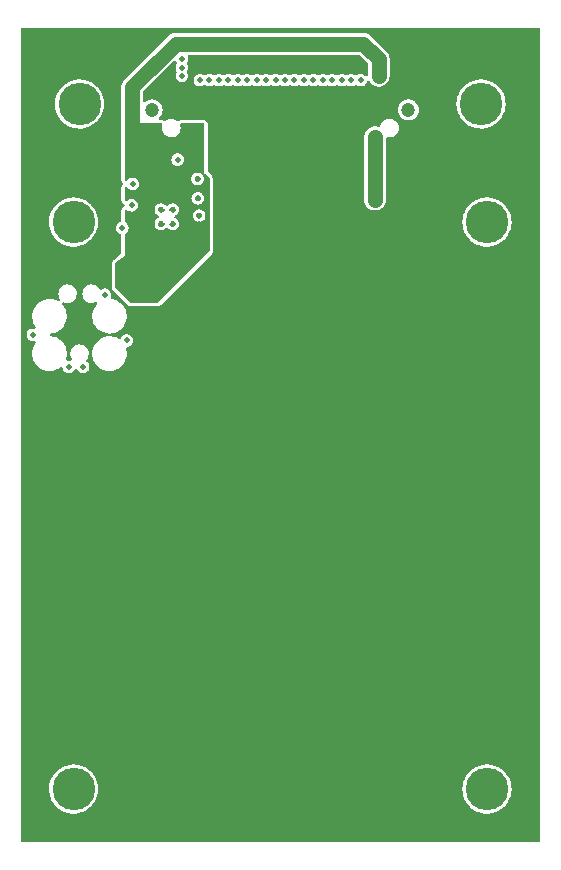
<source format=gbr>
%TF.GenerationSoftware,KiCad,Pcbnew,(6.0.7)*%
%TF.CreationDate,2022-08-04T10:24:46-07:00*%
%TF.ProjectId,SZG-TEMPLATE-STD,535a472d-5445-44d5-904c-4154452d5354,A*%
%TF.SameCoordinates,Original*%
%TF.FileFunction,Copper,L3,Inr*%
%TF.FilePolarity,Positive*%
%FSLAX46Y46*%
G04 Gerber Fmt 4.6, Leading zero omitted, Abs format (unit mm)*
G04 Created by KiCad (PCBNEW (6.0.7)) date 2022-08-04 10:24:46*
%MOMM*%
%LPD*%
G01*
G04 APERTURE LIST*
%TA.AperFunction,ComponentPad*%
%ADD10C,3.600000*%
%TD*%
%TA.AperFunction,ComponentPad*%
%ADD11C,1.200000*%
%TD*%
%TA.AperFunction,ViaPad*%
%ADD12C,0.508000*%
%TD*%
%TA.AperFunction,Conductor*%
%ADD13C,1.270000*%
%TD*%
G04 APERTURE END LIST*
D10*
%TO.N,N/C*%
%TO.C,H6*%
X159900000Y-123800000D03*
%TD*%
%TO.N,N/C*%
%TO.C,H5*%
X124900000Y-123800000D03*
%TD*%
%TO.N,N/C*%
%TO.C,H4*%
X159900000Y-75800000D03*
%TD*%
%TO.N,N/C*%
%TO.C,H3*%
X124900000Y-75800000D03*
%TD*%
%TO.N,N/C*%
%TO.C,H2*%
X159400000Y-65800000D03*
%TD*%
%TO.N,N/C*%
%TO.C,H1*%
X125400000Y-65800000D03*
%TD*%
D11*
%TO.N,N/C*%
%TO.C,J1*%
X131555320Y-66300000D03*
X153245320Y-66300000D03*
%TD*%
D12*
%TO.N,+5V*%
X134073200Y-61993800D03*
X134073200Y-63416200D03*
X134066940Y-62716200D03*
%TO.N,GND*%
X125400000Y-82100000D03*
X132295200Y-75960800D03*
X133301600Y-75960800D03*
X132295200Y-74751200D03*
X133301600Y-74751200D03*
X137883200Y-65150000D03*
X140499400Y-65150000D03*
X141261400Y-65150000D03*
X139229400Y-65150000D03*
X137095800Y-65150000D03*
X134936800Y-65150000D03*
X133946200Y-65150000D03*
X132981000Y-65150000D03*
X135521000Y-75259200D03*
X135394000Y-72135000D03*
X135419400Y-73786000D03*
X149879800Y-65150000D03*
X150845000Y-65150000D03*
X151835600Y-65150000D03*
X143517600Y-65150000D03*
X145575000Y-65150000D03*
X147607000Y-65150000D03*
X146591000Y-65150000D03*
X144559000Y-65150000D03*
%TO.N,/MCU_MISO*%
X125700000Y-88050000D03*
%TO.N,+3V3*%
X135521000Y-75945000D03*
X133412800Y-79501000D03*
X134632000Y-70509400D03*
X150735600Y-63415000D03*
X150729340Y-62715000D03*
X150729340Y-62003800D03*
X128725000Y-79450000D03*
%TO.N,/R_GA*%
X133717600Y-70509400D03*
X135597200Y-63778400D03*
%TO.N,/RSVD_38*%
X149202120Y-63778400D03*
%TO.N,/C2P_CLKN*%
X148402020Y-63778400D03*
%TO.N,/C2P_CLKP*%
X147601920Y-63778400D03*
%TO.N,/S27*%
X146801820Y-63778400D03*
%TO.N,/S25*%
X146001720Y-63778400D03*
%TO.N,/S23*%
X145201620Y-63778400D03*
%TO.N,/S21*%
X144401520Y-63778400D03*
%TO.N,/S19*%
X143601420Y-63778400D03*
%TO.N,/S17*%
X142801320Y-63778400D03*
%TO.N,/S15_D7N*%
X142001220Y-63778400D03*
%TO.N,/S13_D7P*%
X141201120Y-63778400D03*
%TO.N,/S11_D5N*%
X140401020Y-63778400D03*
%TO.N,/S9_D5P*%
X139600920Y-63778400D03*
%TO.N,/S7_D3N*%
X138800820Y-63778400D03*
%TO.N,/S5_D3P*%
X138000720Y-63778400D03*
%TO.N,/S3_D1N*%
X137200620Y-63778400D03*
%TO.N,/S1_D1P*%
X136400520Y-63778400D03*
%TO.N,/MCU_SCL_USCK*%
X129400000Y-85819910D03*
%TO.N,+3V3*%
X124500000Y-88050000D03*
%TO.N,/MCU_SCL_USCK*%
X129907600Y-72566800D03*
%TO.N,/MCU_SDA_MOSI*%
X121450002Y-85350000D03*
%TO.N,/MCU_MISO*%
X129806000Y-74370200D03*
%TO.N,/MCU_SDA_MOSI*%
X129025004Y-76300000D03*
%TO.N,/MCU_RESET_B*%
X127550000Y-81950000D03*
%TO.N,/VIO*%
X150729340Y-68400000D03*
X150729340Y-69136600D03*
X150735600Y-69836600D03*
%TD*%
D13*
%TO.N,/VIO*%
X150416560Y-73898760D02*
X150416560Y-68600000D01*
%TO.N,+3V3*%
X129856800Y-68375800D02*
X131609400Y-70128400D01*
X150735600Y-63415000D02*
X150735600Y-62003800D01*
X149430540Y-60705000D02*
X150729340Y-62003800D01*
X133539800Y-60705000D02*
X149430540Y-60705000D01*
X129856800Y-68375800D02*
X129856800Y-64388000D01*
X129856800Y-64388000D02*
X133539800Y-60705000D01*
%TD*%
%TA.AperFunction,Conductor*%
%TO.N,+3V3*%
G36*
X132355152Y-67456002D02*
G01*
X132401645Y-67509658D01*
X132411749Y-67579932D01*
X132405731Y-67604265D01*
X132386424Y-67658484D01*
X132365441Y-67834451D01*
X132383965Y-68010693D01*
X132441075Y-68178451D01*
X132533932Y-68329388D01*
X132538859Y-68334419D01*
X132538861Y-68334422D01*
X132595927Y-68392695D01*
X132657921Y-68456002D01*
X132806880Y-68551999D01*
X132973406Y-68612610D01*
X133110268Y-68629900D01*
X133204877Y-68629900D01*
X133296747Y-68619595D01*
X133329431Y-68615929D01*
X133329432Y-68615929D01*
X133336428Y-68615144D01*
X133343705Y-68612610D01*
X133497137Y-68559180D01*
X133497139Y-68559179D01*
X133503784Y-68556865D01*
X133654069Y-68462956D01*
X133779814Y-68338086D01*
X133789142Y-68323388D01*
X133870992Y-68194414D01*
X133870994Y-68194410D01*
X133874770Y-68188460D01*
X133885222Y-68159108D01*
X133931854Y-68028151D01*
X133931855Y-68028146D01*
X133934216Y-68021516D01*
X133955199Y-67845549D01*
X133936675Y-67669307D01*
X133913968Y-67602606D01*
X133910950Y-67531673D01*
X133946760Y-67470369D01*
X134010029Y-67438158D01*
X134033246Y-67436000D01*
X135852200Y-67436000D01*
X135920321Y-67456002D01*
X135966814Y-67509658D01*
X135978200Y-67562000D01*
X135978200Y-71652400D01*
X135974164Y-71652400D01*
X135974162Y-71691543D01*
X135958782Y-71715472D01*
X136024784Y-71717829D01*
X136074087Y-71748285D01*
X136373094Y-72047285D01*
X136407120Y-72109596D01*
X136410000Y-72136381D01*
X136410000Y-78204210D01*
X136389998Y-78272331D01*
X136373095Y-78293305D01*
X132078110Y-82588290D01*
X132015798Y-82622316D01*
X131989004Y-82625195D01*
X130884255Y-82625100D01*
X129777182Y-82625005D01*
X129709065Y-82604997D01*
X129688100Y-82588100D01*
X128436905Y-81336905D01*
X128402879Y-81274593D01*
X128400000Y-81247810D01*
X128400000Y-79311204D01*
X128420002Y-79243083D01*
X128451945Y-79209264D01*
X129221800Y-78650000D01*
X129221800Y-76879696D01*
X129241802Y-76811575D01*
X129284799Y-76770578D01*
X129286631Y-76769520D01*
X129294258Y-76766361D01*
X129300808Y-76761335D01*
X129399233Y-76685811D01*
X129399236Y-76685808D01*
X129405786Y-76680782D01*
X129491365Y-76569253D01*
X129545162Y-76439376D01*
X129563511Y-76300000D01*
X129545162Y-76160624D01*
X129491365Y-76030747D01*
X129437693Y-75960800D01*
X131756693Y-75960800D01*
X131775042Y-76100176D01*
X131828839Y-76230053D01*
X131914418Y-76341582D01*
X131920968Y-76346608D01*
X131920971Y-76346611D01*
X131970182Y-76384371D01*
X132025946Y-76427161D01*
X132055436Y-76439376D01*
X132148194Y-76477798D01*
X132148197Y-76477799D01*
X132155824Y-76480958D01*
X132295200Y-76499307D01*
X132303388Y-76498229D01*
X132426388Y-76482036D01*
X132434576Y-76480958D01*
X132442203Y-76477799D01*
X132442206Y-76477798D01*
X132534964Y-76439376D01*
X132564454Y-76427161D01*
X132620218Y-76384372D01*
X132669429Y-76346611D01*
X132669432Y-76346608D01*
X132675982Y-76341582D01*
X132698437Y-76312318D01*
X132755775Y-76270451D01*
X132826646Y-76266229D01*
X132888549Y-76300993D01*
X132898363Y-76312318D01*
X132920818Y-76341582D01*
X132927368Y-76346608D01*
X132927371Y-76346611D01*
X132976582Y-76384371D01*
X133032346Y-76427161D01*
X133061836Y-76439376D01*
X133154594Y-76477798D01*
X133154597Y-76477799D01*
X133162224Y-76480958D01*
X133301600Y-76499307D01*
X133309788Y-76498229D01*
X133432788Y-76482036D01*
X133440976Y-76480958D01*
X133448603Y-76477799D01*
X133448606Y-76477798D01*
X133541364Y-76439376D01*
X133570854Y-76427161D01*
X133626618Y-76384372D01*
X133675829Y-76346611D01*
X133675832Y-76346608D01*
X133682382Y-76341582D01*
X133767961Y-76230053D01*
X133821758Y-76100176D01*
X133840107Y-75960800D01*
X133821758Y-75821424D01*
X133767961Y-75691547D01*
X133682382Y-75580018D01*
X133675832Y-75574992D01*
X133675829Y-75574989D01*
X133623719Y-75535004D01*
X133570854Y-75494439D01*
X133517669Y-75472409D01*
X133462388Y-75427861D01*
X133439967Y-75360497D01*
X133457525Y-75291706D01*
X133492439Y-75259200D01*
X134982493Y-75259200D01*
X135000842Y-75398576D01*
X135054639Y-75528453D01*
X135140218Y-75639982D01*
X135146768Y-75645008D01*
X135146771Y-75645011D01*
X135160273Y-75655371D01*
X135251746Y-75725561D01*
X135316685Y-75752459D01*
X135373994Y-75776198D01*
X135373997Y-75776199D01*
X135381624Y-75779358D01*
X135521000Y-75797707D01*
X135529188Y-75796629D01*
X135652188Y-75780436D01*
X135660376Y-75779358D01*
X135668003Y-75776199D01*
X135668006Y-75776198D01*
X135725315Y-75752460D01*
X135790254Y-75725561D01*
X135881727Y-75655371D01*
X135895229Y-75645011D01*
X135895232Y-75645008D01*
X135901782Y-75639982D01*
X135987361Y-75528453D01*
X136041158Y-75398576D01*
X136059507Y-75259200D01*
X136041158Y-75119824D01*
X135987361Y-74989947D01*
X135901782Y-74878418D01*
X135895232Y-74873392D01*
X135895229Y-74873389D01*
X135840679Y-74831532D01*
X135790254Y-74792839D01*
X135692237Y-74752239D01*
X135668006Y-74742202D01*
X135668003Y-74742201D01*
X135660376Y-74739042D01*
X135521000Y-74720693D01*
X135381624Y-74739042D01*
X135251747Y-74792839D01*
X135140218Y-74878418D01*
X135054639Y-74989947D01*
X135000842Y-75119824D01*
X134982493Y-75259200D01*
X133492439Y-75259200D01*
X133509487Y-75243328D01*
X133517669Y-75239591D01*
X133529066Y-75234870D01*
X133570854Y-75217561D01*
X133626618Y-75174771D01*
X133675829Y-75137011D01*
X133675832Y-75137008D01*
X133682382Y-75131982D01*
X133767961Y-75020453D01*
X133821758Y-74890576D01*
X133840107Y-74751200D01*
X133821758Y-74611824D01*
X133767961Y-74481947D01*
X133682382Y-74370418D01*
X133675832Y-74365392D01*
X133675829Y-74365389D01*
X133594519Y-74302998D01*
X133570854Y-74284839D01*
X133480304Y-74247332D01*
X133448606Y-74234202D01*
X133448603Y-74234201D01*
X133440976Y-74231042D01*
X133381372Y-74223195D01*
X133309788Y-74213771D01*
X133301600Y-74212693D01*
X133293412Y-74213771D01*
X133221829Y-74223195D01*
X133162224Y-74231042D01*
X133032347Y-74284839D01*
X132920818Y-74370418D01*
X132915795Y-74376964D01*
X132898363Y-74399682D01*
X132841025Y-74441549D01*
X132770154Y-74445771D01*
X132708251Y-74411007D01*
X132698437Y-74399682D01*
X132681009Y-74376969D01*
X132681008Y-74376968D01*
X132675982Y-74370418D01*
X132669432Y-74365392D01*
X132669429Y-74365389D01*
X132588119Y-74302998D01*
X132564454Y-74284839D01*
X132473904Y-74247332D01*
X132442206Y-74234202D01*
X132442203Y-74234201D01*
X132434576Y-74231042D01*
X132374972Y-74223195D01*
X132303388Y-74213771D01*
X132295200Y-74212693D01*
X132287012Y-74213771D01*
X132215429Y-74223195D01*
X132155824Y-74231042D01*
X132025947Y-74284839D01*
X131914418Y-74370418D01*
X131828839Y-74481947D01*
X131775042Y-74611824D01*
X131756693Y-74751200D01*
X131775042Y-74890576D01*
X131828839Y-75020453D01*
X131914418Y-75131982D01*
X131920968Y-75137008D01*
X131920971Y-75137011D01*
X131970182Y-75174771D01*
X132025946Y-75217561D01*
X132033573Y-75220720D01*
X132033578Y-75220723D01*
X132079131Y-75239591D01*
X132134413Y-75284139D01*
X132156834Y-75351502D01*
X132139276Y-75420293D01*
X132087314Y-75468672D01*
X132079133Y-75472409D01*
X132025947Y-75494439D01*
X131914418Y-75580018D01*
X131828839Y-75691547D01*
X131775042Y-75821424D01*
X131756693Y-75960800D01*
X129437693Y-75960800D01*
X129405786Y-75919218D01*
X129399236Y-75914192D01*
X129399233Y-75914189D01*
X129300808Y-75838665D01*
X129294258Y-75833639D01*
X129286631Y-75830480D01*
X129284799Y-75829422D01*
X129235806Y-75778039D01*
X129221800Y-75720304D01*
X129221800Y-74850230D01*
X129241802Y-74782109D01*
X129295458Y-74735616D01*
X129365732Y-74725512D01*
X129424253Y-74752239D01*
X129425218Y-74750982D01*
X129536746Y-74836561D01*
X129601685Y-74863459D01*
X129658994Y-74887198D01*
X129658997Y-74887199D01*
X129666624Y-74890358D01*
X129674812Y-74891436D01*
X129736312Y-74899532D01*
X129806000Y-74908707D01*
X129814188Y-74907629D01*
X129937188Y-74891436D01*
X129945376Y-74890358D01*
X129953003Y-74887199D01*
X129953006Y-74887198D01*
X130010315Y-74863459D01*
X130075254Y-74836561D01*
X130132233Y-74792839D01*
X130180229Y-74756011D01*
X130180232Y-74756008D01*
X130186782Y-74750982D01*
X130272361Y-74639453D01*
X130326158Y-74509576D01*
X130344507Y-74370200D01*
X130326158Y-74230824D01*
X130272361Y-74100947D01*
X130186782Y-73989418D01*
X130180232Y-73984392D01*
X130180229Y-73984389D01*
X130131018Y-73946629D01*
X130075254Y-73903839D01*
X130010315Y-73876941D01*
X129953006Y-73853202D01*
X129953003Y-73853201D01*
X129945376Y-73850042D01*
X129806000Y-73831693D01*
X129666624Y-73850042D01*
X129536747Y-73903839D01*
X129425218Y-73989418D01*
X129423175Y-73986756D01*
X129374583Y-74013290D01*
X129303768Y-74008225D01*
X129246932Y-73965678D01*
X129222121Y-73899158D01*
X129221800Y-73890169D01*
X129221800Y-73786000D01*
X134880893Y-73786000D01*
X134899242Y-73925376D01*
X134953039Y-74055253D01*
X135038618Y-74166782D01*
X135045168Y-74171808D01*
X135045171Y-74171811D01*
X135094382Y-74209572D01*
X135150146Y-74252361D01*
X135215085Y-74279259D01*
X135272394Y-74302998D01*
X135272397Y-74302999D01*
X135280024Y-74306158D01*
X135419400Y-74324507D01*
X135427588Y-74323429D01*
X135550588Y-74307236D01*
X135558776Y-74306158D01*
X135566403Y-74302999D01*
X135566406Y-74302998D01*
X135623715Y-74279259D01*
X135688654Y-74252361D01*
X135744418Y-74209571D01*
X135793629Y-74171811D01*
X135793632Y-74171808D01*
X135800182Y-74166782D01*
X135885761Y-74055253D01*
X135939558Y-73925376D01*
X135957907Y-73786000D01*
X135939558Y-73646624D01*
X135885761Y-73516747D01*
X135800182Y-73405218D01*
X135793632Y-73400192D01*
X135793629Y-73400189D01*
X135744418Y-73362429D01*
X135688654Y-73319639D01*
X135623715Y-73292740D01*
X135566406Y-73269002D01*
X135566403Y-73269001D01*
X135558776Y-73265842D01*
X135419400Y-73247493D01*
X135280024Y-73265842D01*
X135150147Y-73319639D01*
X135038618Y-73405218D01*
X134953039Y-73516747D01*
X134899242Y-73646624D01*
X134880893Y-73786000D01*
X129221800Y-73786000D01*
X129221800Y-72921259D01*
X129241802Y-72853138D01*
X129295458Y-72806645D01*
X129365732Y-72796541D01*
X129430312Y-72826035D01*
X129447762Y-72844554D01*
X129526818Y-72947582D01*
X129533368Y-72952608D01*
X129533371Y-72952611D01*
X129582582Y-72990371D01*
X129638346Y-73033161D01*
X129703285Y-73060059D01*
X129760594Y-73083798D01*
X129760597Y-73083799D01*
X129768224Y-73086958D01*
X129907600Y-73105307D01*
X129915788Y-73104229D01*
X130038788Y-73088036D01*
X130046976Y-73086958D01*
X130054603Y-73083799D01*
X130054606Y-73083798D01*
X130111915Y-73060059D01*
X130176854Y-73033161D01*
X130232618Y-72990371D01*
X130281829Y-72952611D01*
X130281832Y-72952608D01*
X130288382Y-72947582D01*
X130373961Y-72836053D01*
X130427758Y-72706176D01*
X130446107Y-72566800D01*
X130427758Y-72427424D01*
X130373961Y-72297547D01*
X130288382Y-72186018D01*
X130281832Y-72180992D01*
X130281829Y-72180989D01*
X130221894Y-72135000D01*
X134855493Y-72135000D01*
X134873842Y-72274376D01*
X134927639Y-72404253D01*
X135013218Y-72515782D01*
X135019768Y-72520808D01*
X135019771Y-72520811D01*
X135068982Y-72558571D01*
X135124746Y-72601361D01*
X135189685Y-72628260D01*
X135246994Y-72651998D01*
X135246997Y-72651999D01*
X135254624Y-72655158D01*
X135394000Y-72673507D01*
X135402188Y-72672429D01*
X135525188Y-72656236D01*
X135533376Y-72655158D01*
X135541003Y-72651999D01*
X135541006Y-72651998D01*
X135598315Y-72628259D01*
X135663254Y-72601361D01*
X135719018Y-72558571D01*
X135768229Y-72520811D01*
X135768232Y-72520808D01*
X135774782Y-72515782D01*
X135860361Y-72404253D01*
X135914158Y-72274376D01*
X135932507Y-72135000D01*
X135914158Y-71995624D01*
X135868584Y-71885599D01*
X135860995Y-71815009D01*
X135880199Y-71776644D01*
X135871193Y-71780756D01*
X135800920Y-71770649D01*
X135775642Y-71753097D01*
X135774782Y-71754218D01*
X135663254Y-71668639D01*
X135598315Y-71641740D01*
X135541006Y-71618002D01*
X135541003Y-71618001D01*
X135533376Y-71614842D01*
X135394000Y-71596493D01*
X135254624Y-71614842D01*
X135124747Y-71668639D01*
X135013218Y-71754218D01*
X134927639Y-71865747D01*
X134873842Y-71995624D01*
X134855493Y-72135000D01*
X130221894Y-72135000D01*
X130176854Y-72100439D01*
X130111915Y-72073541D01*
X130054606Y-72049802D01*
X130054603Y-72049801D01*
X130046976Y-72046642D01*
X129907600Y-72028293D01*
X129768224Y-72046642D01*
X129638347Y-72100439D01*
X129526818Y-72186018D01*
X129521795Y-72192564D01*
X129447763Y-72289045D01*
X129390425Y-72330912D01*
X129319554Y-72335134D01*
X129257651Y-72300370D01*
X129224370Y-72237658D01*
X129221800Y-72212341D01*
X129221800Y-70509400D01*
X133179093Y-70509400D01*
X133197442Y-70648776D01*
X133251239Y-70778653D01*
X133336818Y-70890182D01*
X133343368Y-70895208D01*
X133343371Y-70895211D01*
X133392582Y-70932971D01*
X133448346Y-70975761D01*
X133513285Y-71002660D01*
X133570594Y-71026398D01*
X133570597Y-71026399D01*
X133578224Y-71029558D01*
X133717600Y-71047907D01*
X133725788Y-71046829D01*
X133848788Y-71030636D01*
X133856976Y-71029558D01*
X133864603Y-71026399D01*
X133864606Y-71026398D01*
X133921915Y-71002660D01*
X133986854Y-70975761D01*
X134042618Y-70932971D01*
X134091829Y-70895211D01*
X134091832Y-70895208D01*
X134098382Y-70890182D01*
X134183961Y-70778653D01*
X134237758Y-70648776D01*
X134256107Y-70509400D01*
X134237758Y-70370024D01*
X134183961Y-70240147D01*
X134098382Y-70128618D01*
X134091832Y-70123592D01*
X134091829Y-70123589D01*
X134042618Y-70085829D01*
X133986854Y-70043039D01*
X133921915Y-70016141D01*
X133864606Y-69992402D01*
X133864603Y-69992401D01*
X133856976Y-69989242D01*
X133717600Y-69970893D01*
X133578224Y-69989242D01*
X133448347Y-70043039D01*
X133336818Y-70128618D01*
X133251239Y-70240147D01*
X133197442Y-70370024D01*
X133179093Y-70509400D01*
X129221800Y-70509400D01*
X129221800Y-67562000D01*
X129241802Y-67493879D01*
X129295458Y-67447386D01*
X129347800Y-67436000D01*
X132287031Y-67436000D01*
X132355152Y-67456002D01*
G37*
%TD.AperFunction*%
%TD*%
%TA.AperFunction,Conductor*%
%TO.N,GND*%
G36*
X164317521Y-59353402D02*
G01*
X164364014Y-59407058D01*
X164375400Y-59459400D01*
X164375400Y-128143000D01*
X164355398Y-128211121D01*
X164301742Y-128257614D01*
X164249400Y-128269000D01*
X120559400Y-128269000D01*
X120491279Y-128248998D01*
X120444786Y-128195342D01*
X120433400Y-128143000D01*
X120433400Y-123778169D01*
X122815354Y-123778169D01*
X122831679Y-124061290D01*
X122832504Y-124065495D01*
X122832505Y-124065503D01*
X122864065Y-124226363D01*
X122886276Y-124339576D01*
X122887663Y-124343626D01*
X122887664Y-124343631D01*
X122976748Y-124603821D01*
X122978137Y-124607877D01*
X123105559Y-124861229D01*
X123107985Y-124864758D01*
X123107988Y-124864764D01*
X123143937Y-124917070D01*
X123266187Y-125094944D01*
X123457048Y-125304697D01*
X123460337Y-125307447D01*
X123671317Y-125483854D01*
X123671322Y-125483858D01*
X123674609Y-125486606D01*
X123730418Y-125521615D01*
X123911205Y-125635023D01*
X123911209Y-125635025D01*
X123914845Y-125637306D01*
X123918755Y-125639071D01*
X123918756Y-125639072D01*
X124169399Y-125752242D01*
X124169403Y-125752244D01*
X124173311Y-125754008D01*
X124177431Y-125755228D01*
X124177430Y-125755228D01*
X124441111Y-125833334D01*
X124441115Y-125833335D01*
X124445224Y-125834552D01*
X124449458Y-125835200D01*
X124449463Y-125835201D01*
X124721310Y-125876799D01*
X124721312Y-125876799D01*
X124725552Y-125877448D01*
X124869875Y-125879715D01*
X125004817Y-125881836D01*
X125004823Y-125881836D01*
X125009108Y-125881903D01*
X125290645Y-125847833D01*
X125564954Y-125775870D01*
X125568914Y-125774230D01*
X125568919Y-125774228D01*
X125695956Y-125721607D01*
X125826958Y-125667344D01*
X126071809Y-125524264D01*
X126294977Y-125349279D01*
X126341255Y-125301524D01*
X126489348Y-125148702D01*
X126492331Y-125145624D01*
X126494864Y-125142176D01*
X126494868Y-125142171D01*
X126657683Y-124920525D01*
X126660221Y-124917070D01*
X126690540Y-124861229D01*
X126793489Y-124671622D01*
X126793490Y-124671620D01*
X126795539Y-124667846D01*
X126895781Y-124402562D01*
X126959093Y-124126128D01*
X126984303Y-123843660D01*
X126984760Y-123800000D01*
X126984591Y-123797519D01*
X126983272Y-123778169D01*
X157815354Y-123778169D01*
X157831679Y-124061290D01*
X157832504Y-124065495D01*
X157832505Y-124065503D01*
X157864065Y-124226363D01*
X157886276Y-124339576D01*
X157887663Y-124343626D01*
X157887664Y-124343631D01*
X157976748Y-124603821D01*
X157978137Y-124607877D01*
X158105559Y-124861229D01*
X158107985Y-124864758D01*
X158107988Y-124864764D01*
X158143937Y-124917070D01*
X158266187Y-125094944D01*
X158457048Y-125304697D01*
X158460337Y-125307447D01*
X158671317Y-125483854D01*
X158671322Y-125483858D01*
X158674609Y-125486606D01*
X158730418Y-125521615D01*
X158911205Y-125635023D01*
X158911209Y-125635025D01*
X158914845Y-125637306D01*
X158918755Y-125639071D01*
X158918756Y-125639072D01*
X159169399Y-125752242D01*
X159169403Y-125752244D01*
X159173311Y-125754008D01*
X159177431Y-125755228D01*
X159177430Y-125755228D01*
X159441111Y-125833334D01*
X159441115Y-125833335D01*
X159445224Y-125834552D01*
X159449458Y-125835200D01*
X159449463Y-125835201D01*
X159721310Y-125876799D01*
X159721312Y-125876799D01*
X159725552Y-125877448D01*
X159869875Y-125879715D01*
X160004817Y-125881836D01*
X160004823Y-125881836D01*
X160009108Y-125881903D01*
X160290645Y-125847833D01*
X160564954Y-125775870D01*
X160568914Y-125774230D01*
X160568919Y-125774228D01*
X160695956Y-125721607D01*
X160826958Y-125667344D01*
X161071809Y-125524264D01*
X161294977Y-125349279D01*
X161341255Y-125301524D01*
X161489348Y-125148702D01*
X161492331Y-125145624D01*
X161494864Y-125142176D01*
X161494868Y-125142171D01*
X161657683Y-124920525D01*
X161660221Y-124917070D01*
X161690540Y-124861229D01*
X161793489Y-124671622D01*
X161793490Y-124671620D01*
X161795539Y-124667846D01*
X161895781Y-124402562D01*
X161959093Y-124126128D01*
X161984303Y-123843660D01*
X161984760Y-123800000D01*
X161984591Y-123797519D01*
X161965763Y-123521343D01*
X161965762Y-123521337D01*
X161965471Y-123517066D01*
X161907963Y-123239367D01*
X161813298Y-122972042D01*
X161683229Y-122720038D01*
X161672821Y-122705228D01*
X161522626Y-122491523D01*
X161520163Y-122488018D01*
X161327116Y-122280275D01*
X161107662Y-122100654D01*
X160865861Y-121952478D01*
X160848070Y-121944668D01*
X160610119Y-121840215D01*
X160606187Y-121838489D01*
X160333446Y-121760797D01*
X160124934Y-121731122D01*
X160056936Y-121721444D01*
X160056934Y-121721444D01*
X160052684Y-121720839D01*
X159903222Y-121720056D01*
X159773383Y-121719376D01*
X159773376Y-121719376D01*
X159769097Y-121719354D01*
X159764853Y-121719913D01*
X159764849Y-121719913D01*
X159641234Y-121736187D01*
X159487932Y-121756370D01*
X159483792Y-121757503D01*
X159483790Y-121757503D01*
X159218537Y-121830068D01*
X159214392Y-121831202D01*
X158953539Y-121942465D01*
X158949858Y-121944668D01*
X158713881Y-122085897D01*
X158713877Y-122085900D01*
X158710199Y-122088101D01*
X158488876Y-122265414D01*
X158293665Y-122471124D01*
X158128178Y-122701424D01*
X157995477Y-122952052D01*
X157898018Y-123218371D01*
X157837605Y-123495452D01*
X157815354Y-123778169D01*
X126983272Y-123778169D01*
X126965763Y-123521343D01*
X126965762Y-123521337D01*
X126965471Y-123517066D01*
X126907963Y-123239367D01*
X126813298Y-122972042D01*
X126683229Y-122720038D01*
X126672821Y-122705228D01*
X126522626Y-122491523D01*
X126520163Y-122488018D01*
X126327116Y-122280275D01*
X126107662Y-122100654D01*
X125865861Y-121952478D01*
X125848070Y-121944668D01*
X125610119Y-121840215D01*
X125606187Y-121838489D01*
X125333446Y-121760797D01*
X125124934Y-121731122D01*
X125056936Y-121721444D01*
X125056934Y-121721444D01*
X125052684Y-121720839D01*
X124903222Y-121720056D01*
X124773383Y-121719376D01*
X124773376Y-121719376D01*
X124769097Y-121719354D01*
X124764853Y-121719913D01*
X124764849Y-121719913D01*
X124641234Y-121736187D01*
X124487932Y-121756370D01*
X124483792Y-121757503D01*
X124483790Y-121757503D01*
X124218537Y-121830068D01*
X124214392Y-121831202D01*
X123953539Y-121942465D01*
X123949858Y-121944668D01*
X123713881Y-122085897D01*
X123713877Y-122085900D01*
X123710199Y-122088101D01*
X123488876Y-122265414D01*
X123293665Y-122471124D01*
X123128178Y-122701424D01*
X122995477Y-122952052D01*
X122898018Y-123218371D01*
X122837605Y-123495452D01*
X122815354Y-123778169D01*
X120433400Y-123778169D01*
X120433400Y-85350000D01*
X120911495Y-85350000D01*
X120929844Y-85489376D01*
X120983641Y-85619253D01*
X121013064Y-85657598D01*
X121054708Y-85711869D01*
X121069220Y-85730782D01*
X121075770Y-85735808D01*
X121075773Y-85735811D01*
X121121162Y-85770639D01*
X121180748Y-85816361D01*
X121209084Y-85828098D01*
X121302996Y-85866998D01*
X121302999Y-85866999D01*
X121310626Y-85870158D01*
X121450002Y-85888507D01*
X121458190Y-85887429D01*
X121555903Y-85874565D01*
X121626052Y-85885504D01*
X121679150Y-85932633D01*
X121698340Y-86000987D01*
X121677529Y-86068864D01*
X121671231Y-86077579D01*
X121662083Y-86089163D01*
X121633624Y-86125198D01*
X121517013Y-86336438D01*
X121436470Y-86563887D01*
X121435563Y-86568979D01*
X121398066Y-86779484D01*
X121394155Y-86801437D01*
X121394092Y-86806600D01*
X121392482Y-86938442D01*
X121391208Y-87042708D01*
X121427705Y-87281221D01*
X121502668Y-87510570D01*
X121614083Y-87724596D01*
X121617186Y-87728729D01*
X121617188Y-87728732D01*
X121748029Y-87902995D01*
X121758958Y-87917551D01*
X121933402Y-88084253D01*
X121970209Y-88109361D01*
X122103013Y-88199954D01*
X122132730Y-88220226D01*
X122137413Y-88222400D01*
X122137417Y-88222402D01*
X122346895Y-88319638D01*
X122346898Y-88319639D01*
X122351590Y-88321817D01*
X122584104Y-88386299D01*
X122589241Y-88386848D01*
X122777751Y-88406994D01*
X122777759Y-88406994D01*
X122781086Y-88407350D01*
X122921169Y-88407350D01*
X122923742Y-88407138D01*
X122923753Y-88407138D01*
X123024249Y-88398875D01*
X123100478Y-88392608D01*
X123334497Y-88333826D01*
X123482498Y-88269474D01*
X123551037Y-88239673D01*
X123551040Y-88239671D01*
X123555774Y-88237613D01*
X123737318Y-88120167D01*
X123754022Y-88109361D01*
X123754025Y-88109359D01*
X123758365Y-88106551D01*
X123768148Y-88097649D01*
X123831993Y-88066597D01*
X123902492Y-88074991D01*
X123957261Y-88120167D01*
X123977870Y-88174397D01*
X123979842Y-88189376D01*
X124033639Y-88319253D01*
X124038666Y-88325804D01*
X124088959Y-88391347D01*
X124119218Y-88430782D01*
X124125768Y-88435808D01*
X124125771Y-88435811D01*
X124174982Y-88473572D01*
X124230746Y-88516361D01*
X124295685Y-88543260D01*
X124352994Y-88566998D01*
X124352997Y-88566999D01*
X124360624Y-88570158D01*
X124500000Y-88588507D01*
X124508188Y-88587429D01*
X124631188Y-88571236D01*
X124639376Y-88570158D01*
X124647003Y-88566999D01*
X124647006Y-88566998D01*
X124704315Y-88543259D01*
X124769254Y-88516361D01*
X124825018Y-88473572D01*
X124874229Y-88435811D01*
X124874232Y-88435808D01*
X124880782Y-88430782D01*
X124911042Y-88391347D01*
X124961334Y-88325804D01*
X124966361Y-88319253D01*
X124983591Y-88277656D01*
X125028139Y-88222375D01*
X125095503Y-88199954D01*
X125164294Y-88217512D01*
X125212672Y-88269474D01*
X125216408Y-88277654D01*
X125233639Y-88319253D01*
X125238666Y-88325804D01*
X125288959Y-88391347D01*
X125319218Y-88430782D01*
X125325768Y-88435808D01*
X125325771Y-88435811D01*
X125374982Y-88473572D01*
X125430746Y-88516361D01*
X125495685Y-88543260D01*
X125552994Y-88566998D01*
X125552997Y-88566999D01*
X125560624Y-88570158D01*
X125700000Y-88588507D01*
X125708188Y-88587429D01*
X125831188Y-88571236D01*
X125839376Y-88570158D01*
X125847003Y-88566999D01*
X125847006Y-88566998D01*
X125904315Y-88543259D01*
X125969254Y-88516361D01*
X126025018Y-88473572D01*
X126074229Y-88435811D01*
X126074232Y-88435808D01*
X126080782Y-88430782D01*
X126111042Y-88391347D01*
X126161334Y-88325804D01*
X126166361Y-88319253D01*
X126220158Y-88189376D01*
X126238507Y-88050000D01*
X126220158Y-87910624D01*
X126166361Y-87780747D01*
X126080782Y-87669218D01*
X126074232Y-87664192D01*
X126074229Y-87664189D01*
X126017529Y-87620682D01*
X125975662Y-87563344D01*
X125971440Y-87492473D01*
X126000265Y-87440643D01*
X125998554Y-87439268D01*
X126002966Y-87433781D01*
X126007965Y-87428817D01*
X126011737Y-87422874D01*
X126011739Y-87422871D01*
X126097377Y-87287927D01*
X126101154Y-87281976D01*
X126111432Y-87253111D01*
X126157132Y-87124773D01*
X126157133Y-87124768D01*
X126159494Y-87118138D01*
X126160327Y-87111152D01*
X126160328Y-87111148D01*
X126179252Y-86952439D01*
X126180086Y-86945446D01*
X126164950Y-86801437D01*
X126162643Y-86779484D01*
X126162642Y-86779482D01*
X126161907Y-86772484D01*
X126105860Y-86607847D01*
X126102169Y-86601847D01*
X126018422Y-86465718D01*
X126018420Y-86465716D01*
X126014731Y-86459719D01*
X125893049Y-86335462D01*
X125746862Y-86241251D01*
X125740242Y-86238841D01*
X125740239Y-86238840D01*
X125590055Y-86184177D01*
X125590054Y-86184177D01*
X125583436Y-86181768D01*
X125576448Y-86180885D01*
X125576447Y-86180885D01*
X125544121Y-86176801D01*
X125449118Y-86164800D01*
X125356271Y-86164800D01*
X125227169Y-86179281D01*
X125220516Y-86181598D01*
X125220515Y-86181598D01*
X125184497Y-86194141D01*
X125062928Y-86236476D01*
X125056954Y-86240209D01*
X125056952Y-86240210D01*
X124921414Y-86324904D01*
X124915440Y-86328637D01*
X124910442Y-86333600D01*
X124910441Y-86333601D01*
X124891892Y-86352021D01*
X124792035Y-86451183D01*
X124698846Y-86598024D01*
X124696481Y-86604666D01*
X124642868Y-86755227D01*
X124642867Y-86755232D01*
X124640506Y-86761862D01*
X124639673Y-86768848D01*
X124639672Y-86768852D01*
X124630895Y-86842462D01*
X124619914Y-86934554D01*
X124620650Y-86941557D01*
X124620650Y-86941558D01*
X124635585Y-87083651D01*
X124638093Y-87107516D01*
X124694140Y-87272153D01*
X124697829Y-87278149D01*
X124697832Y-87278156D01*
X124732739Y-87334895D01*
X124751398Y-87403396D01*
X124730059Y-87471111D01*
X124675500Y-87516539D01*
X124608977Y-87525840D01*
X124500000Y-87511493D01*
X124404227Y-87524102D01*
X124334080Y-87513163D01*
X124280981Y-87466035D01*
X124261791Y-87397681D01*
X124269009Y-87357122D01*
X124281803Y-87320992D01*
X124281805Y-87320984D01*
X124283530Y-87316113D01*
X124317614Y-87124773D01*
X124324939Y-87083651D01*
X124324939Y-87083647D01*
X124325845Y-87078563D01*
X124327471Y-86945446D01*
X124328729Y-86842462D01*
X124328729Y-86842460D01*
X124328792Y-86837292D01*
X124292295Y-86598779D01*
X124217332Y-86369430D01*
X124149351Y-86238840D01*
X124108306Y-86159993D01*
X124108305Y-86159992D01*
X124105917Y-86155404D01*
X124086639Y-86129727D01*
X123964147Y-85966584D01*
X123964145Y-85966581D01*
X123961042Y-85962449D01*
X123786598Y-85795747D01*
X123587270Y-85659774D01*
X123582587Y-85657600D01*
X123582583Y-85657598D01*
X123373105Y-85560362D01*
X123373102Y-85560361D01*
X123368410Y-85558183D01*
X123135896Y-85493701D01*
X123130759Y-85493152D01*
X122985730Y-85477653D01*
X122920120Y-85450525D01*
X122879592Y-85392233D01*
X122877013Y-85321283D01*
X122913202Y-85260202D01*
X122976669Y-85228382D01*
X122988793Y-85226790D01*
X123100478Y-85217608D01*
X123334497Y-85158826D01*
X123463309Y-85102817D01*
X123551037Y-85064673D01*
X123551040Y-85064671D01*
X123555774Y-85062613D01*
X123707905Y-84964195D01*
X123754022Y-84934361D01*
X123754025Y-84934359D01*
X123758365Y-84931551D01*
X123782871Y-84909253D01*
X123933008Y-84772638D01*
X123933009Y-84772636D01*
X123936830Y-84769160D01*
X123940029Y-84765109D01*
X123940033Y-84765105D01*
X124083171Y-84583860D01*
X124086376Y-84579802D01*
X124202987Y-84368562D01*
X124283530Y-84141113D01*
X124325845Y-83903563D01*
X124328792Y-83662292D01*
X124292295Y-83423779D01*
X124217332Y-83194430D01*
X124105917Y-82980404D01*
X124053128Y-82910095D01*
X123999251Y-82838339D01*
X123961042Y-82787449D01*
X123957305Y-82783877D01*
X123954482Y-82780698D01*
X123924214Y-82716477D01*
X123933472Y-82646087D01*
X123979316Y-82591875D01*
X124047191Y-82571055D01*
X124091800Y-82578645D01*
X124200564Y-82618232D01*
X124207552Y-82619115D01*
X124207553Y-82619115D01*
X124226465Y-82621504D01*
X124334882Y-82635200D01*
X124427729Y-82635200D01*
X124556831Y-82620719D01*
X124563484Y-82618402D01*
X124563485Y-82618402D01*
X124639659Y-82591875D01*
X124721072Y-82563524D01*
X124734826Y-82554930D01*
X124862586Y-82475096D01*
X124868560Y-82471363D01*
X124874639Y-82465327D01*
X124967376Y-82373235D01*
X124991965Y-82348817D01*
X125085154Y-82201976D01*
X125128165Y-82081188D01*
X125141132Y-82044773D01*
X125141133Y-82044768D01*
X125143494Y-82038138D01*
X125144327Y-82031152D01*
X125144328Y-82031148D01*
X125163252Y-81872439D01*
X125164086Y-81865446D01*
X125162941Y-81854554D01*
X125635914Y-81854554D01*
X125654093Y-82027516D01*
X125710140Y-82192153D01*
X125713830Y-82198151D01*
X125713831Y-82198153D01*
X125784112Y-82312392D01*
X125801269Y-82340281D01*
X125922951Y-82464538D01*
X126069138Y-82558749D01*
X126075758Y-82561159D01*
X126075761Y-82561160D01*
X126225945Y-82615823D01*
X126232564Y-82618232D01*
X126239552Y-82619115D01*
X126239553Y-82619115D01*
X126258465Y-82621504D01*
X126366882Y-82635200D01*
X126459729Y-82635200D01*
X126588831Y-82620719D01*
X126595485Y-82618402D01*
X126652781Y-82598449D01*
X126711641Y-82577952D01*
X126782549Y-82574438D01*
X126844102Y-82609819D01*
X126876754Y-82672861D01*
X126870140Y-82743549D01*
X126851959Y-82775035D01*
X126770367Y-82878349D01*
X126713624Y-82950198D01*
X126597013Y-83161438D01*
X126516470Y-83388887D01*
X126474155Y-83626437D01*
X126471208Y-83867708D01*
X126507705Y-84106221D01*
X126582668Y-84335570D01*
X126694083Y-84549596D01*
X126697186Y-84553729D01*
X126697188Y-84553732D01*
X126800234Y-84690976D01*
X126838958Y-84742551D01*
X127013402Y-84909253D01*
X127212730Y-85045226D01*
X127217413Y-85047400D01*
X127217417Y-85047402D01*
X127426895Y-85144638D01*
X127426898Y-85144639D01*
X127431590Y-85146817D01*
X127664104Y-85211299D01*
X127669241Y-85211848D01*
X127814270Y-85227347D01*
X127879880Y-85254475D01*
X127920408Y-85312767D01*
X127922987Y-85383717D01*
X127886798Y-85444798D01*
X127823331Y-85476618D01*
X127811207Y-85478210D01*
X127699522Y-85487392D01*
X127465503Y-85546174D01*
X127432873Y-85560362D01*
X127248963Y-85640327D01*
X127248960Y-85640329D01*
X127244226Y-85642387D01*
X127163964Y-85694311D01*
X127045978Y-85770639D01*
X127045975Y-85770641D01*
X127041635Y-85773449D01*
X127037812Y-85776928D01*
X127037809Y-85776930D01*
X126930510Y-85874565D01*
X126863170Y-85935840D01*
X126859971Y-85939891D01*
X126859967Y-85939895D01*
X126838628Y-85966915D01*
X126713624Y-86125198D01*
X126597013Y-86336438D01*
X126516470Y-86563887D01*
X126515563Y-86568979D01*
X126478066Y-86779484D01*
X126474155Y-86801437D01*
X126474092Y-86806600D01*
X126472482Y-86938442D01*
X126471208Y-87042708D01*
X126507705Y-87281221D01*
X126582668Y-87510570D01*
X126694083Y-87724596D01*
X126697186Y-87728729D01*
X126697188Y-87728732D01*
X126828029Y-87902995D01*
X126838958Y-87917551D01*
X127013402Y-88084253D01*
X127050209Y-88109361D01*
X127183013Y-88199954D01*
X127212730Y-88220226D01*
X127217413Y-88222400D01*
X127217417Y-88222402D01*
X127426895Y-88319638D01*
X127426898Y-88319639D01*
X127431590Y-88321817D01*
X127664104Y-88386299D01*
X127669241Y-88386848D01*
X127857751Y-88406994D01*
X127857759Y-88406994D01*
X127861086Y-88407350D01*
X128001169Y-88407350D01*
X128003742Y-88407138D01*
X128003753Y-88407138D01*
X128104249Y-88398875D01*
X128180478Y-88392608D01*
X128414497Y-88333826D01*
X128562498Y-88269474D01*
X128631037Y-88239673D01*
X128631040Y-88239671D01*
X128635774Y-88237613D01*
X128817318Y-88120167D01*
X128834022Y-88109361D01*
X128834025Y-88109359D01*
X128838365Y-88106551D01*
X128848149Y-88097649D01*
X129013008Y-87947638D01*
X129013009Y-87947636D01*
X129016830Y-87944160D01*
X129020029Y-87940109D01*
X129020033Y-87940105D01*
X129145886Y-87780747D01*
X129166376Y-87754802D01*
X129282987Y-87543562D01*
X129363530Y-87316113D01*
X129397614Y-87124773D01*
X129404939Y-87083651D01*
X129404939Y-87083647D01*
X129405845Y-87078563D01*
X129407471Y-86945446D01*
X129408729Y-86842462D01*
X129408729Y-86842460D01*
X129408792Y-86837292D01*
X129372295Y-86598779D01*
X129345267Y-86516087D01*
X129343116Y-86445125D01*
X129379672Y-86384263D01*
X129448585Y-86352021D01*
X129531188Y-86341146D01*
X129539376Y-86340068D01*
X129547003Y-86336909D01*
X129547006Y-86336908D01*
X129604315Y-86313170D01*
X129669254Y-86286271D01*
X129727925Y-86241251D01*
X129774229Y-86205721D01*
X129774232Y-86205718D01*
X129780782Y-86200692D01*
X129793455Y-86184177D01*
X129861334Y-86095714D01*
X129866361Y-86089163D01*
X129920158Y-85959286D01*
X129938507Y-85819910D01*
X129920158Y-85680534D01*
X129866361Y-85550657D01*
X129780782Y-85439128D01*
X129774232Y-85434102D01*
X129774229Y-85434099D01*
X129708569Y-85383717D01*
X129669254Y-85353549D01*
X129591357Y-85321283D01*
X129547006Y-85302912D01*
X129547003Y-85302911D01*
X129539376Y-85299752D01*
X129400000Y-85281403D01*
X129260624Y-85299752D01*
X129130747Y-85353549D01*
X129019218Y-85439128D01*
X128933639Y-85550657D01*
X128930479Y-85558287D01*
X128899048Y-85634167D01*
X128854500Y-85689448D01*
X128787136Y-85711869D01*
X128718345Y-85694311D01*
X128711635Y-85690037D01*
X128671546Y-85662690D01*
X128671538Y-85662685D01*
X128667270Y-85659774D01*
X128662587Y-85657600D01*
X128662583Y-85657598D01*
X128453105Y-85560362D01*
X128453102Y-85560361D01*
X128448410Y-85558183D01*
X128215896Y-85493701D01*
X128210759Y-85493152D01*
X128065730Y-85477653D01*
X128000120Y-85450525D01*
X127959592Y-85392233D01*
X127957013Y-85321283D01*
X127993202Y-85260202D01*
X128056669Y-85228382D01*
X128068793Y-85226790D01*
X128180478Y-85217608D01*
X128414497Y-85158826D01*
X128543309Y-85102817D01*
X128631037Y-85064673D01*
X128631040Y-85064671D01*
X128635774Y-85062613D01*
X128787905Y-84964195D01*
X128834022Y-84934361D01*
X128834025Y-84934359D01*
X128838365Y-84931551D01*
X128862871Y-84909253D01*
X129013008Y-84772638D01*
X129013009Y-84772636D01*
X129016830Y-84769160D01*
X129020029Y-84765109D01*
X129020033Y-84765105D01*
X129163171Y-84583860D01*
X129166376Y-84579802D01*
X129282987Y-84368562D01*
X129363530Y-84141113D01*
X129405845Y-83903563D01*
X129408792Y-83662292D01*
X129372295Y-83423779D01*
X129297332Y-83194430D01*
X129185917Y-82980404D01*
X129166639Y-82954727D01*
X129044147Y-82791584D01*
X129044145Y-82791581D01*
X129041042Y-82787449D01*
X128866598Y-82620747D01*
X128667270Y-82484774D01*
X128662587Y-82482600D01*
X128662583Y-82482598D01*
X128453105Y-82385362D01*
X128453102Y-82385361D01*
X128448410Y-82383183D01*
X128215896Y-82318701D01*
X128210759Y-82318152D01*
X128152847Y-82311963D01*
X128087237Y-82284835D01*
X128046709Y-82226543D01*
X128044130Y-82155593D01*
X128049828Y-82138457D01*
X128066997Y-82097009D01*
X128066998Y-82097004D01*
X128070158Y-82089376D01*
X128088507Y-81950000D01*
X128070158Y-81810624D01*
X128016361Y-81680747D01*
X127930782Y-81569218D01*
X127924232Y-81564192D01*
X127924229Y-81564189D01*
X127869047Y-81521847D01*
X127819254Y-81483639D01*
X127754315Y-81456741D01*
X127697006Y-81433002D01*
X127697003Y-81433001D01*
X127689376Y-81429842D01*
X127550000Y-81411493D01*
X127410624Y-81429842D01*
X127280747Y-81483639D01*
X127274198Y-81488664D01*
X127274195Y-81488666D01*
X127265163Y-81495597D01*
X127198943Y-81521198D01*
X127129394Y-81506934D01*
X127081141Y-81461658D01*
X127034424Y-81385720D01*
X127034419Y-81385713D01*
X127030731Y-81379719D01*
X126909049Y-81255462D01*
X126897175Y-81247810D01*
X128115100Y-81247810D01*
X128116732Y-81278260D01*
X128119611Y-81305043D01*
X128152830Y-81411134D01*
X128186856Y-81473446D01*
X128189554Y-81477050D01*
X128232752Y-81534757D01*
X128232758Y-81534764D01*
X128235450Y-81538360D01*
X129486645Y-82789555D01*
X129509319Y-82809923D01*
X129530284Y-82826820D01*
X129628773Y-82878349D01*
X129696890Y-82898357D01*
X129701334Y-82898996D01*
X129701337Y-82898997D01*
X129772708Y-82909265D01*
X129772711Y-82909265D01*
X129777158Y-82909905D01*
X131387579Y-82910043D01*
X131987301Y-82910095D01*
X131988980Y-82910095D01*
X132019441Y-82908464D01*
X132021104Y-82908285D01*
X132021108Y-82908285D01*
X132040083Y-82906246D01*
X132046235Y-82905585D01*
X132052138Y-82903737D01*
X132052142Y-82903736D01*
X132146434Y-82874214D01*
X132146436Y-82874213D01*
X132152339Y-82872365D01*
X132214651Y-82838339D01*
X132235230Y-82822934D01*
X132275962Y-82792443D01*
X132275969Y-82792437D01*
X132279565Y-82789745D01*
X136574550Y-78494760D01*
X136575664Y-78493520D01*
X136575679Y-78493504D01*
X136593802Y-78473327D01*
X136594924Y-78472078D01*
X136611827Y-78451104D01*
X136663358Y-78352596D01*
X136683360Y-78284475D01*
X136684001Y-78280020D01*
X136694261Y-78208658D01*
X136694261Y-78208651D01*
X136694900Y-78204210D01*
X136694900Y-75778169D01*
X157815354Y-75778169D01*
X157831679Y-76061290D01*
X157832504Y-76065495D01*
X157832505Y-76065503D01*
X157852655Y-76168206D01*
X157886276Y-76339576D01*
X157887663Y-76343626D01*
X157887664Y-76343631D01*
X157964913Y-76569253D01*
X157978137Y-76607877D01*
X158041848Y-76734553D01*
X158084903Y-76820158D01*
X158105559Y-76861229D01*
X158107985Y-76864758D01*
X158107988Y-76864764D01*
X158143937Y-76917070D01*
X158266187Y-77094944D01*
X158457048Y-77304697D01*
X158460337Y-77307447D01*
X158671317Y-77483854D01*
X158671322Y-77483858D01*
X158674609Y-77486606D01*
X158730418Y-77521615D01*
X158911205Y-77635023D01*
X158911209Y-77635025D01*
X158914845Y-77637306D01*
X158918755Y-77639071D01*
X158918756Y-77639072D01*
X159169399Y-77752242D01*
X159169403Y-77752244D01*
X159173311Y-77754008D01*
X159177431Y-77755228D01*
X159177430Y-77755228D01*
X159441111Y-77833334D01*
X159441115Y-77833335D01*
X159445224Y-77834552D01*
X159449458Y-77835200D01*
X159449463Y-77835201D01*
X159721310Y-77876799D01*
X159721312Y-77876799D01*
X159725552Y-77877448D01*
X159869875Y-77879715D01*
X160004817Y-77881836D01*
X160004823Y-77881836D01*
X160009108Y-77881903D01*
X160290645Y-77847833D01*
X160564954Y-77775870D01*
X160568914Y-77774230D01*
X160568919Y-77774228D01*
X160695956Y-77721607D01*
X160826958Y-77667344D01*
X161071809Y-77524264D01*
X161294977Y-77349279D01*
X161341255Y-77301524D01*
X161489348Y-77148702D01*
X161492331Y-77145624D01*
X161494864Y-77142176D01*
X161494868Y-77142171D01*
X161657683Y-76920525D01*
X161660221Y-76917070D01*
X161662267Y-76913302D01*
X161793489Y-76671622D01*
X161793490Y-76671620D01*
X161795539Y-76667846D01*
X161895781Y-76402562D01*
X161939438Y-76211948D01*
X161958136Y-76130308D01*
X161958137Y-76130303D01*
X161959093Y-76126128D01*
X161984303Y-75843660D01*
X161984760Y-75800000D01*
X161984591Y-75797519D01*
X161965763Y-75521343D01*
X161965762Y-75521337D01*
X161965471Y-75517066D01*
X161907963Y-75239367D01*
X161813298Y-74972042D01*
X161699312Y-74751199D01*
X161685194Y-74723845D01*
X161685194Y-74723844D01*
X161683229Y-74720038D01*
X161672821Y-74705228D01*
X161586502Y-74582409D01*
X161520163Y-74488018D01*
X161410680Y-74370200D01*
X161330037Y-74283418D01*
X161330034Y-74283415D01*
X161327116Y-74280275D01*
X161107662Y-74100654D01*
X160865861Y-73952478D01*
X160861187Y-73950426D01*
X160610119Y-73840215D01*
X160606187Y-73838489D01*
X160333446Y-73760797D01*
X160124934Y-73731122D01*
X160056936Y-73721444D01*
X160056934Y-73721444D01*
X160052684Y-73720839D01*
X159903222Y-73720056D01*
X159773383Y-73719376D01*
X159773376Y-73719376D01*
X159769097Y-73719354D01*
X159764853Y-73719913D01*
X159764849Y-73719913D01*
X159641234Y-73736187D01*
X159487932Y-73756370D01*
X159483792Y-73757503D01*
X159483790Y-73757503D01*
X159319499Y-73802448D01*
X159214392Y-73831202D01*
X158953539Y-73942465D01*
X158949858Y-73944668D01*
X158713881Y-74085897D01*
X158713877Y-74085900D01*
X158710199Y-74088101D01*
X158488876Y-74265414D01*
X158389438Y-74370200D01*
X158313435Y-74450291D01*
X158293665Y-74471124D01*
X158128178Y-74701424D01*
X157995477Y-74952052D01*
X157898018Y-75218371D01*
X157837605Y-75495452D01*
X157837269Y-75499722D01*
X157818159Y-75742535D01*
X157815354Y-75778169D01*
X136694900Y-75778169D01*
X136694900Y-73946712D01*
X149501660Y-73946712D01*
X149516723Y-74090026D01*
X149576153Y-74272933D01*
X149579456Y-74278655D01*
X149579457Y-74278656D01*
X149586557Y-74290954D01*
X149672313Y-74439487D01*
X149676731Y-74444394D01*
X149676732Y-74444395D01*
X149789373Y-74569496D01*
X149801000Y-74582409D01*
X149806342Y-74586290D01*
X149806344Y-74586292D01*
X149951248Y-74691570D01*
X149956590Y-74695451D01*
X149962618Y-74698135D01*
X149962620Y-74698136D01*
X150118746Y-74767648D01*
X150132283Y-74773675D01*
X150208358Y-74789845D01*
X150313943Y-74812288D01*
X150313947Y-74812288D01*
X150320400Y-74813660D01*
X150512720Y-74813660D01*
X150519173Y-74812288D01*
X150519177Y-74812288D01*
X150624762Y-74789845D01*
X150700837Y-74773675D01*
X150714374Y-74767648D01*
X150870500Y-74698136D01*
X150870502Y-74698135D01*
X150876530Y-74695451D01*
X150881872Y-74691570D01*
X151026776Y-74586292D01*
X151026778Y-74586290D01*
X151032120Y-74582409D01*
X151043747Y-74569496D01*
X151156388Y-74444395D01*
X151156389Y-74444394D01*
X151160807Y-74439487D01*
X151246563Y-74290954D01*
X151253663Y-74278656D01*
X151253664Y-74278655D01*
X151256967Y-74272933D01*
X151316397Y-74090026D01*
X151331460Y-73946712D01*
X151331460Y-68740123D01*
X151351462Y-68672002D01*
X151405118Y-68625509D01*
X151473251Y-68615117D01*
X151590268Y-68629900D01*
X151684877Y-68629900D01*
X151776747Y-68619595D01*
X151809431Y-68615929D01*
X151809432Y-68615929D01*
X151816428Y-68615144D01*
X151823705Y-68612610D01*
X151977137Y-68559180D01*
X151977139Y-68559179D01*
X151983784Y-68556865D01*
X152134069Y-68462956D01*
X152259814Y-68338086D01*
X152263589Y-68332138D01*
X152350992Y-68194414D01*
X152350994Y-68194410D01*
X152354770Y-68188460D01*
X152365222Y-68159108D01*
X152411854Y-68028151D01*
X152411855Y-68028146D01*
X152414216Y-68021516D01*
X152435199Y-67845549D01*
X152434112Y-67835201D01*
X152425706Y-67755228D01*
X152416675Y-67669307D01*
X152412991Y-67658484D01*
X152361835Y-67508216D01*
X152361834Y-67508213D01*
X152359565Y-67501549D01*
X152266708Y-67350612D01*
X152261781Y-67345581D01*
X152261779Y-67345578D01*
X152185075Y-67267251D01*
X152142719Y-67223998D01*
X151993760Y-67128001D01*
X151911658Y-67098118D01*
X151833853Y-67069799D01*
X151833852Y-67069799D01*
X151827234Y-67067390D01*
X151690372Y-67050100D01*
X151595763Y-67050100D01*
X151503893Y-67060405D01*
X151471209Y-67064071D01*
X151471208Y-67064071D01*
X151464212Y-67064856D01*
X151457564Y-67067171D01*
X151303503Y-67120820D01*
X151303501Y-67120821D01*
X151296856Y-67123135D01*
X151290886Y-67126866D01*
X151290885Y-67126866D01*
X151201677Y-67182610D01*
X151146571Y-67217044D01*
X151141573Y-67222007D01*
X151141572Y-67222008D01*
X151096012Y-67267251D01*
X151020826Y-67341914D01*
X151017052Y-67347860D01*
X151017051Y-67347862D01*
X150929648Y-67485586D01*
X150929646Y-67485590D01*
X150925870Y-67491540D01*
X150923505Y-67498182D01*
X150868867Y-67651622D01*
X150827173Y-67709086D01*
X150761030Y-67734886D01*
X150711230Y-67729188D01*
X150706872Y-67727772D01*
X150700837Y-67725085D01*
X150625567Y-67709086D01*
X150519177Y-67686472D01*
X150519173Y-67686472D01*
X150512720Y-67685100D01*
X150320400Y-67685100D01*
X150313947Y-67686472D01*
X150313943Y-67686472D01*
X150226341Y-67705093D01*
X150132283Y-67725085D01*
X150126254Y-67727769D01*
X150126252Y-67727770D01*
X149962620Y-67800624D01*
X149962618Y-67800625D01*
X149956590Y-67803309D01*
X149951249Y-67807189D01*
X149951248Y-67807190D01*
X149806344Y-67912468D01*
X149806342Y-67912470D01*
X149801000Y-67916351D01*
X149672313Y-68059273D01*
X149576153Y-68225827D01*
X149574111Y-68232112D01*
X149541611Y-68332138D01*
X149516723Y-68408734D01*
X149501660Y-68552048D01*
X149501660Y-73946712D01*
X136694900Y-73946712D01*
X136694900Y-72136381D01*
X136693267Y-72105923D01*
X136690387Y-72079138D01*
X136657168Y-71973053D01*
X136648627Y-71957411D01*
X136625300Y-71914694D01*
X136623142Y-71910742D01*
X136604633Y-71886017D01*
X136577244Y-71849432D01*
X136574546Y-71845828D01*
X136300006Y-71571294D01*
X136265980Y-71508983D01*
X136263100Y-71482198D01*
X136263100Y-67562000D01*
X136256589Y-67501442D01*
X136255874Y-67498154D01*
X136245639Y-67451102D01*
X136245635Y-67451087D01*
X136245203Y-67449100D01*
X136234984Y-67413467D01*
X136201733Y-67356612D01*
X136185064Y-67328110D01*
X136185061Y-67328106D01*
X136182127Y-67323089D01*
X136135634Y-67269433D01*
X136093915Y-67230097D01*
X136085886Y-67226015D01*
X136085884Y-67226013D01*
X136048634Y-67207073D01*
X136000586Y-67182642D01*
X135985300Y-67178154D01*
X135936788Y-67163909D01*
X135936784Y-67163908D01*
X135932465Y-67162640D01*
X135928017Y-67162000D01*
X135928010Y-67161999D01*
X135856648Y-67151739D01*
X135856641Y-67151739D01*
X135852200Y-67151100D01*
X134033246Y-67151100D01*
X134019469Y-67151739D01*
X134008335Y-67152255D01*
X134008317Y-67152256D01*
X134006878Y-67152323D01*
X134005417Y-67152459D01*
X134005414Y-67152459D01*
X134002199Y-67152758D01*
X133983661Y-67154481D01*
X133880770Y-67184268D01*
X133875458Y-67186972D01*
X133875459Y-67186972D01*
X133823724Y-67213311D01*
X133817501Y-67216479D01*
X133814831Y-67218197D01*
X133814829Y-67218198D01*
X133802053Y-67226418D01*
X133733942Y-67246455D01*
X133665812Y-67226488D01*
X133663553Y-67224849D01*
X133662719Y-67223998D01*
X133656800Y-67220183D01*
X133569479Y-67163909D01*
X133513760Y-67128001D01*
X133431658Y-67098118D01*
X133353853Y-67069799D01*
X133353852Y-67069799D01*
X133347234Y-67067390D01*
X133210372Y-67050100D01*
X133115763Y-67050100D01*
X133023893Y-67060405D01*
X132991209Y-67064071D01*
X132991208Y-67064071D01*
X132984212Y-67064856D01*
X132977564Y-67067171D01*
X132823503Y-67120820D01*
X132823501Y-67120821D01*
X132816856Y-67123135D01*
X132810886Y-67126866D01*
X132810885Y-67126866D01*
X132721677Y-67182610D01*
X132666571Y-67217044D01*
X132664778Y-67218825D01*
X132600628Y-67244793D01*
X132530863Y-67231624D01*
X132529483Y-67230792D01*
X132528746Y-67230097D01*
X132435417Y-67182642D01*
X132420131Y-67178154D01*
X132371619Y-67163909D01*
X132371615Y-67163908D01*
X132367296Y-67162640D01*
X132362848Y-67162000D01*
X132362841Y-67161999D01*
X132291479Y-67151739D01*
X132291472Y-67151739D01*
X132287031Y-67151100D01*
X132256008Y-67151100D01*
X132187887Y-67131098D01*
X132141394Y-67077442D01*
X132131290Y-67007168D01*
X132162371Y-66940792D01*
X132271095Y-66820041D01*
X132274394Y-66814328D01*
X132274397Y-66814323D01*
X132360273Y-66665582D01*
X132360274Y-66665580D01*
X132363577Y-66659859D01*
X132420733Y-66483949D01*
X132440067Y-66300000D01*
X152360573Y-66300000D01*
X152379907Y-66483949D01*
X152437063Y-66659859D01*
X152440366Y-66665580D01*
X152440367Y-66665582D01*
X152526243Y-66814323D01*
X152526246Y-66814328D01*
X152529545Y-66820041D01*
X152653309Y-66957495D01*
X152658651Y-66961376D01*
X152658653Y-66961378D01*
X152780768Y-67050100D01*
X152802946Y-67066213D01*
X152808974Y-67068897D01*
X152808976Y-67068898D01*
X152930795Y-67123135D01*
X152971918Y-67141444D01*
X153041062Y-67156141D01*
X153146382Y-67178528D01*
X153146386Y-67178528D01*
X153152839Y-67179900D01*
X153337801Y-67179900D01*
X153344254Y-67178528D01*
X153344258Y-67178528D01*
X153449578Y-67156141D01*
X153518722Y-67141444D01*
X153559845Y-67123135D01*
X153681664Y-67068898D01*
X153681666Y-67068897D01*
X153687694Y-67066213D01*
X153709872Y-67050100D01*
X153831987Y-66961378D01*
X153831989Y-66961376D01*
X153837331Y-66957495D01*
X153961095Y-66820041D01*
X153964394Y-66814328D01*
X153964397Y-66814323D01*
X154050273Y-66665582D01*
X154050274Y-66665580D01*
X154053577Y-66659859D01*
X154110733Y-66483949D01*
X154130067Y-66300000D01*
X154129377Y-66293435D01*
X154111423Y-66122615D01*
X154111423Y-66122614D01*
X154110733Y-66116051D01*
X154053577Y-65940141D01*
X153999296Y-65846124D01*
X153964397Y-65785677D01*
X153964394Y-65785672D01*
X153961095Y-65779959D01*
X153959483Y-65778169D01*
X157315354Y-65778169D01*
X157331679Y-66061290D01*
X157332504Y-66065495D01*
X157332505Y-66065503D01*
X157364065Y-66226363D01*
X157386276Y-66339576D01*
X157387663Y-66343626D01*
X157387664Y-66343631D01*
X157433459Y-66477385D01*
X157478137Y-66607877D01*
X157508298Y-66667846D01*
X157587310Y-66824944D01*
X157605559Y-66861229D01*
X157607985Y-66864758D01*
X157607988Y-66864764D01*
X157705860Y-67007168D01*
X157766187Y-67094944D01*
X157769074Y-67098117D01*
X157769075Y-67098118D01*
X157827786Y-67162640D01*
X157957048Y-67304697D01*
X157960337Y-67307447D01*
X158171317Y-67483854D01*
X158171322Y-67483858D01*
X158174609Y-67486606D01*
X158230418Y-67521615D01*
X158411205Y-67635023D01*
X158411209Y-67635025D01*
X158414845Y-67637306D01*
X158418755Y-67639071D01*
X158418756Y-67639072D01*
X158669399Y-67752242D01*
X158669403Y-67752244D01*
X158673311Y-67754008D01*
X158677431Y-67755228D01*
X158677430Y-67755228D01*
X158941111Y-67833334D01*
X158941115Y-67833335D01*
X158945224Y-67834552D01*
X158949458Y-67835200D01*
X158949463Y-67835201D01*
X159221310Y-67876799D01*
X159221312Y-67876799D01*
X159225552Y-67877448D01*
X159369875Y-67879715D01*
X159504817Y-67881836D01*
X159504823Y-67881836D01*
X159509108Y-67881903D01*
X159790645Y-67847833D01*
X160064954Y-67775870D01*
X160068914Y-67774230D01*
X160068919Y-67774228D01*
X160284091Y-67685100D01*
X160326958Y-67667344D01*
X160551486Y-67536140D01*
X160568106Y-67526428D01*
X160568107Y-67526427D01*
X160571809Y-67524264D01*
X160794977Y-67349279D01*
X160798564Y-67345578D01*
X160956489Y-67182610D01*
X160992331Y-67145624D01*
X160994864Y-67142176D01*
X160994868Y-67142171D01*
X161157683Y-66920525D01*
X161160221Y-66917070D01*
X161190540Y-66861229D01*
X161293489Y-66671622D01*
X161293490Y-66671620D01*
X161295539Y-66667846D01*
X161395781Y-66402562D01*
X161459093Y-66126128D01*
X161484303Y-65843660D01*
X161484760Y-65800000D01*
X161483784Y-65785677D01*
X161465763Y-65521343D01*
X161465762Y-65521337D01*
X161465471Y-65517066D01*
X161407963Y-65239367D01*
X161313298Y-64972042D01*
X161183229Y-64720038D01*
X161172821Y-64705228D01*
X161022626Y-64491523D01*
X161020163Y-64488018D01*
X160879620Y-64336776D01*
X160830037Y-64283418D01*
X160830034Y-64283415D01*
X160827116Y-64280275D01*
X160607662Y-64100654D01*
X160365861Y-63952478D01*
X160360237Y-63950009D01*
X160110119Y-63840215D01*
X160106187Y-63838489D01*
X159833446Y-63760797D01*
X159624934Y-63731122D01*
X159556936Y-63721444D01*
X159556934Y-63721444D01*
X159552684Y-63720839D01*
X159403222Y-63720056D01*
X159273383Y-63719376D01*
X159273376Y-63719376D01*
X159269097Y-63719354D01*
X159264853Y-63719913D01*
X159264849Y-63719913D01*
X159141234Y-63736187D01*
X158987932Y-63756370D01*
X158983792Y-63757503D01*
X158983790Y-63757503D01*
X158718537Y-63830068D01*
X158714392Y-63831202D01*
X158453539Y-63942465D01*
X158449858Y-63944668D01*
X158213881Y-64085897D01*
X158213877Y-64085900D01*
X158210199Y-64088101D01*
X157988876Y-64265414D01*
X157895287Y-64364037D01*
X157804216Y-64460006D01*
X157793665Y-64471124D01*
X157628178Y-64701424D01*
X157495477Y-64952052D01*
X157398018Y-65218371D01*
X157337605Y-65495452D01*
X157315354Y-65778169D01*
X153959483Y-65778169D01*
X153837331Y-65642505D01*
X153769508Y-65593228D01*
X153693036Y-65537668D01*
X153693035Y-65537667D01*
X153687694Y-65533787D01*
X153681666Y-65531103D01*
X153681664Y-65531102D01*
X153524753Y-65461241D01*
X153524752Y-65461241D01*
X153518722Y-65458556D01*
X153428261Y-65439328D01*
X153344258Y-65421472D01*
X153344254Y-65421472D01*
X153337801Y-65420100D01*
X153152839Y-65420100D01*
X153146386Y-65421472D01*
X153146382Y-65421472D01*
X153062379Y-65439328D01*
X152971918Y-65458556D01*
X152965889Y-65461241D01*
X152965887Y-65461241D01*
X152808977Y-65531102D01*
X152808975Y-65531103D01*
X152802947Y-65533787D01*
X152797606Y-65537667D01*
X152797605Y-65537668D01*
X152658653Y-65638622D01*
X152658651Y-65638624D01*
X152653309Y-65642505D01*
X152529545Y-65779959D01*
X152526246Y-65785672D01*
X152526243Y-65785677D01*
X152491344Y-65846124D01*
X152437063Y-65940141D01*
X152379907Y-66116051D01*
X152379217Y-66122614D01*
X152379217Y-66122615D01*
X152361263Y-66293435D01*
X152360573Y-66300000D01*
X132440067Y-66300000D01*
X132439377Y-66293435D01*
X132421423Y-66122615D01*
X132421423Y-66122614D01*
X132420733Y-66116051D01*
X132363577Y-65940141D01*
X132309296Y-65846124D01*
X132274397Y-65785677D01*
X132274394Y-65785672D01*
X132271095Y-65779959D01*
X132147331Y-65642505D01*
X132079508Y-65593228D01*
X132003036Y-65537668D01*
X132003035Y-65537667D01*
X131997694Y-65533787D01*
X131991666Y-65531103D01*
X131991664Y-65531102D01*
X131834753Y-65461241D01*
X131834752Y-65461241D01*
X131828722Y-65458556D01*
X131738261Y-65439328D01*
X131654258Y-65421472D01*
X131654254Y-65421472D01*
X131647801Y-65420100D01*
X131462839Y-65420100D01*
X131456386Y-65421472D01*
X131456382Y-65421472D01*
X131372379Y-65439328D01*
X131281918Y-65458556D01*
X131275889Y-65461241D01*
X131275887Y-65461241D01*
X131118977Y-65531102D01*
X131118975Y-65531103D01*
X131112947Y-65533787D01*
X131107606Y-65537667D01*
X131107605Y-65537668D01*
X130971761Y-65636364D01*
X130904893Y-65660223D01*
X130835741Y-65644142D01*
X130786261Y-65593228D01*
X130771700Y-65534428D01*
X130771700Y-64819154D01*
X130791702Y-64751033D01*
X130808605Y-64730059D01*
X133376484Y-62162180D01*
X133438796Y-62128154D01*
X133509611Y-62133219D01*
X133566447Y-62175766D01*
X133581987Y-62203055D01*
X133606839Y-62263053D01*
X133611864Y-62269602D01*
X133611870Y-62269612D01*
X133615406Y-62274220D01*
X133641005Y-62340440D01*
X133626739Y-62409989D01*
X133615405Y-62427624D01*
X133605608Y-62440392D01*
X133605606Y-62440396D01*
X133600579Y-62446947D01*
X133546782Y-62576824D01*
X133528433Y-62716200D01*
X133546782Y-62855576D01*
X133600579Y-62985453D01*
X133605606Y-62992004D01*
X133605608Y-62992008D01*
X133606815Y-62993581D01*
X133607421Y-62995148D01*
X133609736Y-62999158D01*
X133609111Y-62999519D01*
X133632415Y-63059801D01*
X133615972Y-63133282D01*
X133611862Y-63140401D01*
X133606839Y-63146947D01*
X133603681Y-63154572D01*
X133603680Y-63154573D01*
X133568339Y-63239893D01*
X133553042Y-63276824D01*
X133534693Y-63416200D01*
X133553042Y-63555576D01*
X133606839Y-63685453D01*
X133611866Y-63692004D01*
X133678160Y-63778400D01*
X133692418Y-63796982D01*
X133698968Y-63802008D01*
X133698971Y-63802011D01*
X133730546Y-63826239D01*
X133803946Y-63882561D01*
X133828779Y-63892847D01*
X133926194Y-63933198D01*
X133926197Y-63933199D01*
X133933824Y-63936358D01*
X134073200Y-63954707D01*
X134081388Y-63953629D01*
X134099125Y-63951294D01*
X134212576Y-63936358D01*
X134220203Y-63933199D01*
X134220206Y-63933198D01*
X134317621Y-63892847D01*
X134342454Y-63882561D01*
X134415854Y-63826239D01*
X134447429Y-63802011D01*
X134447432Y-63802008D01*
X134453982Y-63796982D01*
X134468241Y-63778400D01*
X134534534Y-63692004D01*
X134539561Y-63685453D01*
X134593358Y-63555576D01*
X134611707Y-63416200D01*
X134593358Y-63276824D01*
X134539561Y-63146947D01*
X134534534Y-63140396D01*
X134534532Y-63140392D01*
X134533325Y-63138819D01*
X134532719Y-63137252D01*
X134530404Y-63133242D01*
X134531029Y-63132881D01*
X134507725Y-63072599D01*
X134524168Y-62999118D01*
X134528278Y-62991999D01*
X134533301Y-62985453D01*
X134536462Y-62977823D01*
X134583938Y-62863205D01*
X134587098Y-62855576D01*
X134605447Y-62716200D01*
X134587098Y-62576824D01*
X134533301Y-62446947D01*
X134528276Y-62440398D01*
X134528270Y-62440388D01*
X134524734Y-62435780D01*
X134499135Y-62369560D01*
X134513401Y-62300011D01*
X134524735Y-62282376D01*
X134534532Y-62269608D01*
X134534534Y-62269604D01*
X134539561Y-62263053D01*
X134593358Y-62133176D01*
X134611707Y-61993800D01*
X134593358Y-61854424D01*
X134568378Y-61794117D01*
X134560789Y-61723529D01*
X134592568Y-61660042D01*
X134653626Y-61623814D01*
X134684787Y-61619900D01*
X148999386Y-61619900D01*
X149067507Y-61639902D01*
X149088481Y-61656805D01*
X149783795Y-62352119D01*
X149817821Y-62414431D01*
X149820700Y-62441214D01*
X149820700Y-63336338D01*
X149800698Y-63404459D01*
X149747042Y-63450952D01*
X149676768Y-63461056D01*
X149612188Y-63431562D01*
X149594737Y-63413041D01*
X149587932Y-63404172D01*
X149587928Y-63404168D01*
X149582902Y-63397618D01*
X149576352Y-63392592D01*
X149576349Y-63392589D01*
X149525467Y-63353546D01*
X149471374Y-63312039D01*
X149386357Y-63276824D01*
X149349126Y-63261402D01*
X149349123Y-63261401D01*
X149341496Y-63258242D01*
X149202120Y-63239893D01*
X149062744Y-63258242D01*
X148932867Y-63312039D01*
X148926313Y-63317068D01*
X148878774Y-63353546D01*
X148812554Y-63379146D01*
X148743005Y-63364881D01*
X148725370Y-63353548D01*
X148671274Y-63312039D01*
X148586257Y-63276824D01*
X148549026Y-63261402D01*
X148549023Y-63261401D01*
X148541396Y-63258242D01*
X148402020Y-63239893D01*
X148262644Y-63258242D01*
X148132767Y-63312039D01*
X148126213Y-63317068D01*
X148078674Y-63353546D01*
X148012454Y-63379146D01*
X147942905Y-63364881D01*
X147925270Y-63353548D01*
X147871174Y-63312039D01*
X147786157Y-63276824D01*
X147748926Y-63261402D01*
X147748923Y-63261401D01*
X147741296Y-63258242D01*
X147601920Y-63239893D01*
X147462544Y-63258242D01*
X147332667Y-63312039D01*
X147326113Y-63317068D01*
X147278574Y-63353546D01*
X147212354Y-63379146D01*
X147142805Y-63364881D01*
X147125170Y-63353548D01*
X147071074Y-63312039D01*
X146986057Y-63276824D01*
X146948826Y-63261402D01*
X146948823Y-63261401D01*
X146941196Y-63258242D01*
X146801820Y-63239893D01*
X146662444Y-63258242D01*
X146532567Y-63312039D01*
X146526013Y-63317068D01*
X146478474Y-63353546D01*
X146412254Y-63379146D01*
X146342705Y-63364881D01*
X146325070Y-63353548D01*
X146270974Y-63312039D01*
X146185957Y-63276824D01*
X146148726Y-63261402D01*
X146148723Y-63261401D01*
X146141096Y-63258242D01*
X146001720Y-63239893D01*
X145862344Y-63258242D01*
X145732467Y-63312039D01*
X145725913Y-63317068D01*
X145678374Y-63353546D01*
X145612154Y-63379146D01*
X145542605Y-63364881D01*
X145524970Y-63353548D01*
X145470874Y-63312039D01*
X145385857Y-63276824D01*
X145348626Y-63261402D01*
X145348623Y-63261401D01*
X145340996Y-63258242D01*
X145201620Y-63239893D01*
X145062244Y-63258242D01*
X144932367Y-63312039D01*
X144925813Y-63317068D01*
X144878274Y-63353546D01*
X144812054Y-63379146D01*
X144742505Y-63364881D01*
X144724870Y-63353548D01*
X144670774Y-63312039D01*
X144585757Y-63276824D01*
X144548526Y-63261402D01*
X144548523Y-63261401D01*
X144540896Y-63258242D01*
X144401520Y-63239893D01*
X144262144Y-63258242D01*
X144132267Y-63312039D01*
X144125713Y-63317068D01*
X144078174Y-63353546D01*
X144011954Y-63379146D01*
X143942405Y-63364881D01*
X143924770Y-63353548D01*
X143870674Y-63312039D01*
X143785657Y-63276824D01*
X143748426Y-63261402D01*
X143748423Y-63261401D01*
X143740796Y-63258242D01*
X143601420Y-63239893D01*
X143462044Y-63258242D01*
X143332167Y-63312039D01*
X143325613Y-63317068D01*
X143278074Y-63353546D01*
X143211854Y-63379146D01*
X143142305Y-63364881D01*
X143124670Y-63353548D01*
X143070574Y-63312039D01*
X142985557Y-63276824D01*
X142948326Y-63261402D01*
X142948323Y-63261401D01*
X142940696Y-63258242D01*
X142801320Y-63239893D01*
X142661944Y-63258242D01*
X142532067Y-63312039D01*
X142525513Y-63317068D01*
X142477974Y-63353546D01*
X142411754Y-63379146D01*
X142342205Y-63364881D01*
X142324570Y-63353548D01*
X142270474Y-63312039D01*
X142185457Y-63276824D01*
X142148226Y-63261402D01*
X142148223Y-63261401D01*
X142140596Y-63258242D01*
X142001220Y-63239893D01*
X141861844Y-63258242D01*
X141731967Y-63312039D01*
X141725413Y-63317068D01*
X141677874Y-63353546D01*
X141611654Y-63379146D01*
X141542105Y-63364881D01*
X141524470Y-63353548D01*
X141470374Y-63312039D01*
X141385357Y-63276824D01*
X141348126Y-63261402D01*
X141348123Y-63261401D01*
X141340496Y-63258242D01*
X141201120Y-63239893D01*
X141061744Y-63258242D01*
X140931867Y-63312039D01*
X140925313Y-63317068D01*
X140877774Y-63353546D01*
X140811554Y-63379146D01*
X140742005Y-63364881D01*
X140724370Y-63353548D01*
X140670274Y-63312039D01*
X140585257Y-63276824D01*
X140548026Y-63261402D01*
X140548023Y-63261401D01*
X140540396Y-63258242D01*
X140401020Y-63239893D01*
X140261644Y-63258242D01*
X140131767Y-63312039D01*
X140125213Y-63317068D01*
X140077674Y-63353546D01*
X140011454Y-63379146D01*
X139941905Y-63364881D01*
X139924270Y-63353548D01*
X139870174Y-63312039D01*
X139785157Y-63276824D01*
X139747926Y-63261402D01*
X139747923Y-63261401D01*
X139740296Y-63258242D01*
X139600920Y-63239893D01*
X139461544Y-63258242D01*
X139331667Y-63312039D01*
X139325113Y-63317068D01*
X139277574Y-63353546D01*
X139211354Y-63379146D01*
X139141805Y-63364881D01*
X139124170Y-63353548D01*
X139070074Y-63312039D01*
X138985057Y-63276824D01*
X138947826Y-63261402D01*
X138947823Y-63261401D01*
X138940196Y-63258242D01*
X138800820Y-63239893D01*
X138661444Y-63258242D01*
X138531567Y-63312039D01*
X138525013Y-63317068D01*
X138477474Y-63353546D01*
X138411254Y-63379146D01*
X138341705Y-63364881D01*
X138324070Y-63353548D01*
X138269974Y-63312039D01*
X138184957Y-63276824D01*
X138147726Y-63261402D01*
X138147723Y-63261401D01*
X138140096Y-63258242D01*
X138000720Y-63239893D01*
X137861344Y-63258242D01*
X137731467Y-63312039D01*
X137724913Y-63317068D01*
X137677374Y-63353546D01*
X137611154Y-63379146D01*
X137541605Y-63364881D01*
X137523970Y-63353548D01*
X137469874Y-63312039D01*
X137384857Y-63276824D01*
X137347626Y-63261402D01*
X137347623Y-63261401D01*
X137339996Y-63258242D01*
X137200620Y-63239893D01*
X137061244Y-63258242D01*
X136931367Y-63312039D01*
X136924813Y-63317068D01*
X136877274Y-63353546D01*
X136811054Y-63379146D01*
X136741505Y-63364881D01*
X136723870Y-63353548D01*
X136669774Y-63312039D01*
X136584757Y-63276824D01*
X136547526Y-63261402D01*
X136547523Y-63261401D01*
X136539896Y-63258242D01*
X136400520Y-63239893D01*
X136261144Y-63258242D01*
X136131267Y-63312039D01*
X136124718Y-63317064D01*
X136124715Y-63317066D01*
X136099600Y-63336338D01*
X136075564Y-63354781D01*
X136009344Y-63380382D01*
X135939796Y-63366118D01*
X135922156Y-63354781D01*
X135873007Y-63317067D01*
X135873004Y-63317065D01*
X135866454Y-63312039D01*
X135781437Y-63276824D01*
X135744206Y-63261402D01*
X135744203Y-63261401D01*
X135736576Y-63258242D01*
X135597200Y-63239893D01*
X135457824Y-63258242D01*
X135327947Y-63312039D01*
X135216418Y-63397618D01*
X135211395Y-63404164D01*
X135202160Y-63416200D01*
X135130839Y-63509147D01*
X135077042Y-63639024D01*
X135058693Y-63778400D01*
X135059771Y-63786588D01*
X135072052Y-63879869D01*
X135077042Y-63917776D01*
X135130839Y-64047653D01*
X135216418Y-64159182D01*
X135222968Y-64164208D01*
X135222971Y-64164211D01*
X135257177Y-64190458D01*
X135327946Y-64244761D01*
X135371344Y-64262737D01*
X135450194Y-64295398D01*
X135450197Y-64295399D01*
X135457824Y-64298558D01*
X135597200Y-64316907D01*
X135605388Y-64315829D01*
X135728388Y-64299636D01*
X135736576Y-64298558D01*
X135744203Y-64295399D01*
X135744206Y-64295398D01*
X135823056Y-64262737D01*
X135866454Y-64244761D01*
X135875637Y-64237715D01*
X135922156Y-64202019D01*
X135988376Y-64176418D01*
X136057925Y-64190682D01*
X136075564Y-64202019D01*
X136122084Y-64237715D01*
X136131266Y-64244761D01*
X136174664Y-64262737D01*
X136253514Y-64295398D01*
X136253517Y-64295399D01*
X136261144Y-64298558D01*
X136400520Y-64316907D01*
X136408708Y-64315829D01*
X136531708Y-64299636D01*
X136539896Y-64298558D01*
X136547523Y-64295399D01*
X136547526Y-64295398D01*
X136626376Y-64262737D01*
X136669774Y-64244761D01*
X136723868Y-64203253D01*
X136790085Y-64177653D01*
X136859634Y-64191917D01*
X136877265Y-64203248D01*
X136931366Y-64244761D01*
X136974764Y-64262737D01*
X137053614Y-64295398D01*
X137053617Y-64295399D01*
X137061244Y-64298558D01*
X137200620Y-64316907D01*
X137208808Y-64315829D01*
X137331808Y-64299636D01*
X137339996Y-64298558D01*
X137347623Y-64295399D01*
X137347626Y-64295398D01*
X137426476Y-64262737D01*
X137469874Y-64244761D01*
X137523968Y-64203253D01*
X137590185Y-64177653D01*
X137659734Y-64191917D01*
X137677365Y-64203248D01*
X137731466Y-64244761D01*
X137774864Y-64262737D01*
X137853714Y-64295398D01*
X137853717Y-64295399D01*
X137861344Y-64298558D01*
X138000720Y-64316907D01*
X138008908Y-64315829D01*
X138131908Y-64299636D01*
X138140096Y-64298558D01*
X138147723Y-64295399D01*
X138147726Y-64295398D01*
X138226576Y-64262737D01*
X138269974Y-64244761D01*
X138324068Y-64203253D01*
X138390285Y-64177653D01*
X138459834Y-64191917D01*
X138477465Y-64203248D01*
X138531566Y-64244761D01*
X138574964Y-64262737D01*
X138653814Y-64295398D01*
X138653817Y-64295399D01*
X138661444Y-64298558D01*
X138800820Y-64316907D01*
X138809008Y-64315829D01*
X138932008Y-64299636D01*
X138940196Y-64298558D01*
X138947823Y-64295399D01*
X138947826Y-64295398D01*
X139026676Y-64262737D01*
X139070074Y-64244761D01*
X139124168Y-64203253D01*
X139190385Y-64177653D01*
X139259934Y-64191917D01*
X139277565Y-64203248D01*
X139331666Y-64244761D01*
X139375064Y-64262737D01*
X139453914Y-64295398D01*
X139453917Y-64295399D01*
X139461544Y-64298558D01*
X139600920Y-64316907D01*
X139609108Y-64315829D01*
X139732108Y-64299636D01*
X139740296Y-64298558D01*
X139747923Y-64295399D01*
X139747926Y-64295398D01*
X139826776Y-64262737D01*
X139870174Y-64244761D01*
X139924268Y-64203253D01*
X139990485Y-64177653D01*
X140060034Y-64191917D01*
X140077665Y-64203248D01*
X140131766Y-64244761D01*
X140175164Y-64262737D01*
X140254014Y-64295398D01*
X140254017Y-64295399D01*
X140261644Y-64298558D01*
X140401020Y-64316907D01*
X140409208Y-64315829D01*
X140532208Y-64299636D01*
X140540396Y-64298558D01*
X140548023Y-64295399D01*
X140548026Y-64295398D01*
X140626876Y-64262737D01*
X140670274Y-64244761D01*
X140724368Y-64203253D01*
X140790585Y-64177653D01*
X140860134Y-64191917D01*
X140877765Y-64203248D01*
X140931866Y-64244761D01*
X140975264Y-64262737D01*
X141054114Y-64295398D01*
X141054117Y-64295399D01*
X141061744Y-64298558D01*
X141201120Y-64316907D01*
X141209308Y-64315829D01*
X141332308Y-64299636D01*
X141340496Y-64298558D01*
X141348123Y-64295399D01*
X141348126Y-64295398D01*
X141426976Y-64262737D01*
X141470374Y-64244761D01*
X141524468Y-64203253D01*
X141590685Y-64177653D01*
X141660234Y-64191917D01*
X141677865Y-64203248D01*
X141731966Y-64244761D01*
X141775364Y-64262737D01*
X141854214Y-64295398D01*
X141854217Y-64295399D01*
X141861844Y-64298558D01*
X142001220Y-64316907D01*
X142009408Y-64315829D01*
X142132408Y-64299636D01*
X142140596Y-64298558D01*
X142148223Y-64295399D01*
X142148226Y-64295398D01*
X142227076Y-64262737D01*
X142270474Y-64244761D01*
X142324568Y-64203253D01*
X142390785Y-64177653D01*
X142460334Y-64191917D01*
X142477965Y-64203248D01*
X142532066Y-64244761D01*
X142575464Y-64262737D01*
X142654314Y-64295398D01*
X142654317Y-64295399D01*
X142661944Y-64298558D01*
X142801320Y-64316907D01*
X142809508Y-64315829D01*
X142932508Y-64299636D01*
X142940696Y-64298558D01*
X142948323Y-64295399D01*
X142948326Y-64295398D01*
X143027176Y-64262737D01*
X143070574Y-64244761D01*
X143124668Y-64203253D01*
X143190885Y-64177653D01*
X143260434Y-64191917D01*
X143278065Y-64203248D01*
X143332166Y-64244761D01*
X143375564Y-64262737D01*
X143454414Y-64295398D01*
X143454417Y-64295399D01*
X143462044Y-64298558D01*
X143601420Y-64316907D01*
X143609608Y-64315829D01*
X143732608Y-64299636D01*
X143740796Y-64298558D01*
X143748423Y-64295399D01*
X143748426Y-64295398D01*
X143827276Y-64262737D01*
X143870674Y-64244761D01*
X143924768Y-64203253D01*
X143990985Y-64177653D01*
X144060534Y-64191917D01*
X144078165Y-64203248D01*
X144132266Y-64244761D01*
X144175664Y-64262737D01*
X144254514Y-64295398D01*
X144254517Y-64295399D01*
X144262144Y-64298558D01*
X144401520Y-64316907D01*
X144409708Y-64315829D01*
X144532708Y-64299636D01*
X144540896Y-64298558D01*
X144548523Y-64295399D01*
X144548526Y-64295398D01*
X144627376Y-64262737D01*
X144670774Y-64244761D01*
X144724868Y-64203253D01*
X144791085Y-64177653D01*
X144860634Y-64191917D01*
X144878265Y-64203248D01*
X144932366Y-64244761D01*
X144975764Y-64262737D01*
X145054614Y-64295398D01*
X145054617Y-64295399D01*
X145062244Y-64298558D01*
X145201620Y-64316907D01*
X145209808Y-64315829D01*
X145332808Y-64299636D01*
X145340996Y-64298558D01*
X145348623Y-64295399D01*
X145348626Y-64295398D01*
X145427476Y-64262737D01*
X145470874Y-64244761D01*
X145524968Y-64203253D01*
X145591185Y-64177653D01*
X145660734Y-64191917D01*
X145678365Y-64203248D01*
X145732466Y-64244761D01*
X145775864Y-64262737D01*
X145854714Y-64295398D01*
X145854717Y-64295399D01*
X145862344Y-64298558D01*
X146001720Y-64316907D01*
X146009908Y-64315829D01*
X146132908Y-64299636D01*
X146141096Y-64298558D01*
X146148723Y-64295399D01*
X146148726Y-64295398D01*
X146227576Y-64262737D01*
X146270974Y-64244761D01*
X146325068Y-64203253D01*
X146391285Y-64177653D01*
X146460834Y-64191917D01*
X146478465Y-64203248D01*
X146532566Y-64244761D01*
X146575964Y-64262737D01*
X146654814Y-64295398D01*
X146654817Y-64295399D01*
X146662444Y-64298558D01*
X146801820Y-64316907D01*
X146810008Y-64315829D01*
X146933008Y-64299636D01*
X146941196Y-64298558D01*
X146948823Y-64295399D01*
X146948826Y-64295398D01*
X147027676Y-64262737D01*
X147071074Y-64244761D01*
X147125168Y-64203253D01*
X147191385Y-64177653D01*
X147260934Y-64191917D01*
X147278565Y-64203248D01*
X147332666Y-64244761D01*
X147376064Y-64262737D01*
X147454914Y-64295398D01*
X147454917Y-64295399D01*
X147462544Y-64298558D01*
X147601920Y-64316907D01*
X147610108Y-64315829D01*
X147733108Y-64299636D01*
X147741296Y-64298558D01*
X147748923Y-64295399D01*
X147748926Y-64295398D01*
X147827776Y-64262737D01*
X147871174Y-64244761D01*
X147925268Y-64203253D01*
X147991485Y-64177653D01*
X148061034Y-64191917D01*
X148078665Y-64203248D01*
X148132766Y-64244761D01*
X148176164Y-64262737D01*
X148255014Y-64295398D01*
X148255017Y-64295399D01*
X148262644Y-64298558D01*
X148402020Y-64316907D01*
X148410208Y-64315829D01*
X148533208Y-64299636D01*
X148541396Y-64298558D01*
X148549023Y-64295399D01*
X148549026Y-64295398D01*
X148627876Y-64262737D01*
X148671274Y-64244761D01*
X148725368Y-64203253D01*
X148791585Y-64177653D01*
X148861134Y-64191917D01*
X148878765Y-64203248D01*
X148932866Y-64244761D01*
X148976264Y-64262737D01*
X149055114Y-64295398D01*
X149055117Y-64295399D01*
X149062744Y-64298558D01*
X149202120Y-64316907D01*
X149210308Y-64315829D01*
X149333308Y-64299636D01*
X149341496Y-64298558D01*
X149349123Y-64295399D01*
X149349126Y-64295398D01*
X149427976Y-64262737D01*
X149471374Y-64244761D01*
X149542143Y-64190458D01*
X149576349Y-64164211D01*
X149576352Y-64164208D01*
X149582902Y-64159182D01*
X149668481Y-64047653D01*
X149707904Y-63952478D01*
X149719118Y-63925406D01*
X149719119Y-63925403D01*
X149722278Y-63917776D01*
X149722575Y-63915518D01*
X149758084Y-63857261D01*
X149821944Y-63826239D01*
X149892438Y-63834667D01*
X149947186Y-63879869D01*
X149951955Y-63887487D01*
X149991353Y-63955727D01*
X149995771Y-63960634D01*
X149995772Y-63960635D01*
X150112957Y-64090783D01*
X150120040Y-64098649D01*
X150125382Y-64102530D01*
X150125384Y-64102532D01*
X150270288Y-64207810D01*
X150275630Y-64211691D01*
X150281658Y-64214375D01*
X150281660Y-64214376D01*
X150445292Y-64287230D01*
X150451323Y-64289915D01*
X150545382Y-64309908D01*
X150632983Y-64328528D01*
X150632987Y-64328528D01*
X150639440Y-64329900D01*
X150831760Y-64329900D01*
X150838213Y-64328528D01*
X150838217Y-64328528D01*
X150925818Y-64309908D01*
X151019877Y-64289915D01*
X151025908Y-64287230D01*
X151189540Y-64214376D01*
X151189542Y-64214375D01*
X151195570Y-64211691D01*
X151200912Y-64207810D01*
X151345816Y-64102532D01*
X151345818Y-64102530D01*
X151351160Y-64098649D01*
X151358243Y-64090783D01*
X151475428Y-63960635D01*
X151475429Y-63960634D01*
X151479847Y-63955727D01*
X151568595Y-63802011D01*
X151572703Y-63794896D01*
X151572704Y-63794895D01*
X151576007Y-63789173D01*
X151607579Y-63692004D01*
X151633397Y-63612545D01*
X151633397Y-63612544D01*
X151635437Y-63606266D01*
X151650500Y-63462952D01*
X151650500Y-61955848D01*
X151635437Y-61812534D01*
X151576007Y-61629627D01*
X151479847Y-61463073D01*
X151351160Y-61320151D01*
X151316746Y-61295148D01*
X151301711Y-61282307D01*
X150135404Y-60116000D01*
X150122562Y-60100965D01*
X150114189Y-60089440D01*
X150062974Y-60043326D01*
X150058189Y-60038785D01*
X150043565Y-60024161D01*
X150027485Y-60011139D01*
X150022479Y-60006864D01*
X149971267Y-59960753D01*
X149965553Y-59957454D01*
X149965549Y-59957451D01*
X149958934Y-59953632D01*
X149942640Y-59942434D01*
X149936707Y-59937629D01*
X149936703Y-59937626D01*
X149931575Y-59933474D01*
X149870182Y-59902193D01*
X149864397Y-59899052D01*
X149810429Y-59867893D01*
X149810428Y-59867892D01*
X149804713Y-59864593D01*
X149798436Y-59862554D01*
X149798428Y-59862550D01*
X149791173Y-59860193D01*
X149772904Y-59852626D01*
X149766104Y-59849161D01*
X149766098Y-59849159D01*
X149760217Y-59846162D01*
X149753843Y-59844454D01*
X149753840Y-59844453D01*
X149717414Y-59834693D01*
X149693644Y-59828324D01*
X149687343Y-59826457D01*
X149621806Y-59805163D01*
X149607649Y-59803675D01*
X149588204Y-59800071D01*
X149584131Y-59798980D01*
X149580825Y-59798094D01*
X149580824Y-59798094D01*
X149574450Y-59796386D01*
X149567860Y-59796041D01*
X149567856Y-59796040D01*
X149511464Y-59793085D01*
X149505646Y-59792780D01*
X149499076Y-59792263D01*
X149478492Y-59790100D01*
X149457796Y-59790100D01*
X149451202Y-59789927D01*
X149388986Y-59786666D01*
X149388982Y-59786666D01*
X149382394Y-59786321D01*
X149368326Y-59788549D01*
X149348617Y-59790100D01*
X133621732Y-59790100D01*
X133602021Y-59788549D01*
X133594464Y-59787352D01*
X133594462Y-59787352D01*
X133587947Y-59786320D01*
X133581360Y-59786665D01*
X133581356Y-59786665D01*
X133519126Y-59789927D01*
X133512531Y-59790100D01*
X133491848Y-59790100D01*
X133488563Y-59790445D01*
X133488550Y-59790446D01*
X133471268Y-59792263D01*
X133464700Y-59792780D01*
X133433626Y-59794408D01*
X133402485Y-59796040D01*
X133402481Y-59796041D01*
X133395890Y-59796386D01*
X133389518Y-59798093D01*
X133389514Y-59798094D01*
X133384464Y-59799448D01*
X133382136Y-59800071D01*
X133362691Y-59803675D01*
X133348534Y-59805163D01*
X133282997Y-59826457D01*
X133276696Y-59828324D01*
X133255943Y-59833885D01*
X133216496Y-59844454D01*
X133216493Y-59844455D01*
X133210123Y-59846162D01*
X133204244Y-59849157D01*
X133204240Y-59849159D01*
X133197434Y-59852627D01*
X133179165Y-59860194D01*
X133171914Y-59862550D01*
X133171912Y-59862551D01*
X133165627Y-59864593D01*
X133159905Y-59867896D01*
X133159904Y-59867897D01*
X133105968Y-59899037D01*
X133100173Y-59902184D01*
X133038765Y-59933473D01*
X133033636Y-59937626D01*
X133033635Y-59937627D01*
X133027698Y-59942435D01*
X133011406Y-59953632D01*
X132999073Y-59960753D01*
X132947848Y-60006876D01*
X132942854Y-60011141D01*
X132926776Y-60024161D01*
X132912161Y-60038776D01*
X132907376Y-60043317D01*
X132856151Y-60089440D01*
X132852271Y-60094781D01*
X132852267Y-60094785D01*
X132847773Y-60100971D01*
X132834932Y-60116005D01*
X129267800Y-63683136D01*
X129252768Y-63695975D01*
X129241240Y-63704351D01*
X129236819Y-63709261D01*
X129236818Y-63709262D01*
X129195126Y-63755566D01*
X129190585Y-63760351D01*
X129175961Y-63774975D01*
X129164464Y-63789173D01*
X129162947Y-63791046D01*
X129158669Y-63796056D01*
X129112553Y-63847273D01*
X129109254Y-63852987D01*
X129109251Y-63852991D01*
X129105432Y-63859606D01*
X129094234Y-63875900D01*
X129089429Y-63881833D01*
X129089426Y-63881837D01*
X129085274Y-63886965D01*
X129060108Y-63936358D01*
X129054000Y-63948345D01*
X129050852Y-63954143D01*
X129049938Y-63955727D01*
X129016393Y-64013827D01*
X129014354Y-64020104D01*
X129014350Y-64020112D01*
X129011993Y-64027367D01*
X129004426Y-64045636D01*
X129000961Y-64052436D01*
X129000959Y-64052442D01*
X128997962Y-64058323D01*
X128996254Y-64064697D01*
X128996253Y-64064700D01*
X128980126Y-64124889D01*
X128978257Y-64131197D01*
X128956963Y-64196734D01*
X128956273Y-64203300D01*
X128955475Y-64210891D01*
X128951871Y-64230336D01*
X128948186Y-64244090D01*
X128947841Y-64250680D01*
X128947840Y-64250684D01*
X128944580Y-64312892D01*
X128944063Y-64319464D01*
X128941900Y-64340048D01*
X128941900Y-64360744D01*
X128941727Y-64367338D01*
X128938121Y-64436146D01*
X128939153Y-64442661D01*
X128940349Y-64450212D01*
X128941900Y-64469923D01*
X128941900Y-67518209D01*
X128940618Y-67536140D01*
X128937539Y-67557552D01*
X128937539Y-67557559D01*
X128936900Y-67562000D01*
X128936900Y-72212341D01*
X128938357Y-72241114D01*
X128938514Y-72242660D01*
X128938515Y-72242674D01*
X128940311Y-72260364D01*
X128940927Y-72266431D01*
X128972713Y-72371212D01*
X129005994Y-72433924D01*
X129037832Y-72481610D01*
X129042300Y-72485346D01*
X129072223Y-72547948D01*
X129063349Y-72618388D01*
X129039514Y-72654496D01*
X129015897Y-72679544D01*
X128968442Y-72772873D01*
X128948440Y-72840994D01*
X128947800Y-72845442D01*
X128947799Y-72845449D01*
X128937539Y-72916811D01*
X128937539Y-72916818D01*
X128936900Y-72921259D01*
X128936900Y-73890169D01*
X128937081Y-73900336D01*
X128937402Y-73909325D01*
X128938389Y-73914289D01*
X128938390Y-73914294D01*
X128954127Y-73993405D01*
X128955184Y-73998721D01*
X128956953Y-74003465D01*
X128956954Y-74003467D01*
X128969517Y-74037148D01*
X128979995Y-74065241D01*
X128981395Y-74068082D01*
X128981397Y-74068087D01*
X128992207Y-74090026D01*
X129005337Y-74116674D01*
X129076198Y-74193752D01*
X129133034Y-74236299D01*
X129135741Y-74237928D01*
X129135751Y-74237935D01*
X129178506Y-74263668D01*
X129226556Y-74315934D01*
X129238721Y-74385881D01*
X129211138Y-74451300D01*
X129177141Y-74480386D01*
X129164092Y-74488018D01*
X129113910Y-74517366D01*
X129113906Y-74517369D01*
X129108889Y-74520303D01*
X129055233Y-74566796D01*
X129015897Y-74608515D01*
X129011815Y-74616544D01*
X129011813Y-74616546D01*
X129006687Y-74626628D01*
X128968442Y-74701844D01*
X128953950Y-74751200D01*
X128948440Y-74769965D01*
X128947801Y-74774409D01*
X128947800Y-74774414D01*
X128937539Y-74845782D01*
X128937539Y-74845789D01*
X128936900Y-74850230D01*
X128936900Y-75674414D01*
X128916898Y-75742535D01*
X128859118Y-75790823D01*
X128755751Y-75833639D01*
X128644222Y-75919218D01*
X128558643Y-76030747D01*
X128504846Y-76160624D01*
X128486497Y-76300000D01*
X128504846Y-76439376D01*
X128558643Y-76569253D01*
X128644222Y-76680782D01*
X128650772Y-76685808D01*
X128650775Y-76685811D01*
X128699986Y-76723571D01*
X128755750Y-76766361D01*
X128859119Y-76809178D01*
X128914399Y-76853725D01*
X128936900Y-76925586D01*
X128936900Y-78440621D01*
X128916898Y-78508742D01*
X128884955Y-78542561D01*
X128286869Y-78977042D01*
X128286861Y-78977048D01*
X128284498Y-78978765D01*
X128282304Y-78980694D01*
X128282301Y-78980696D01*
X128247016Y-79011712D01*
X128247008Y-79011720D01*
X128244828Y-79013636D01*
X128212885Y-79047455D01*
X128211845Y-79048675D01*
X128198918Y-79063834D01*
X128198915Y-79063839D01*
X128194097Y-79069489D01*
X128146642Y-79162818D01*
X128126640Y-79230939D01*
X128126000Y-79235387D01*
X128125999Y-79235394D01*
X128115739Y-79306756D01*
X128115739Y-79306763D01*
X128115100Y-79311204D01*
X128115100Y-81247810D01*
X126897175Y-81247810D01*
X126762862Y-81161251D01*
X126756242Y-81158841D01*
X126756239Y-81158840D01*
X126606055Y-81104177D01*
X126606054Y-81104177D01*
X126599436Y-81101768D01*
X126592448Y-81100885D01*
X126592447Y-81100885D01*
X126560121Y-81096801D01*
X126465118Y-81084800D01*
X126372271Y-81084800D01*
X126243169Y-81099281D01*
X126236516Y-81101598D01*
X126236515Y-81101598D01*
X126169497Y-81124936D01*
X126078928Y-81156476D01*
X126072954Y-81160209D01*
X126072952Y-81160210D01*
X125937414Y-81244904D01*
X125931440Y-81248637D01*
X125926442Y-81253600D01*
X125926441Y-81253601D01*
X125880842Y-81298883D01*
X125808035Y-81371183D01*
X125714846Y-81518024D01*
X125712481Y-81524666D01*
X125658868Y-81675227D01*
X125658867Y-81675232D01*
X125656506Y-81681862D01*
X125655673Y-81688848D01*
X125655672Y-81688852D01*
X125642062Y-81802995D01*
X125635914Y-81854554D01*
X125162941Y-81854554D01*
X125145907Y-81692484D01*
X125093439Y-81538360D01*
X125092131Y-81534517D01*
X125092130Y-81534514D01*
X125089860Y-81527847D01*
X125060719Y-81480479D01*
X125002422Y-81385718D01*
X125002420Y-81385716D01*
X124998731Y-81379719D01*
X124877049Y-81255462D01*
X124730862Y-81161251D01*
X124724242Y-81158841D01*
X124724239Y-81158840D01*
X124574055Y-81104177D01*
X124574054Y-81104177D01*
X124567436Y-81101768D01*
X124560448Y-81100885D01*
X124560447Y-81100885D01*
X124528121Y-81096801D01*
X124433118Y-81084800D01*
X124340271Y-81084800D01*
X124211169Y-81099281D01*
X124204516Y-81101598D01*
X124204515Y-81101598D01*
X124137497Y-81124936D01*
X124046928Y-81156476D01*
X124040954Y-81160209D01*
X124040952Y-81160210D01*
X123905414Y-81244904D01*
X123899440Y-81248637D01*
X123894442Y-81253600D01*
X123894441Y-81253601D01*
X123848842Y-81298883D01*
X123776035Y-81371183D01*
X123682846Y-81518024D01*
X123680481Y-81524666D01*
X123626868Y-81675227D01*
X123626867Y-81675232D01*
X123624506Y-81681862D01*
X123623673Y-81688848D01*
X123623672Y-81688852D01*
X123610062Y-81802995D01*
X123603914Y-81854554D01*
X123622093Y-82027516D01*
X123678140Y-82192153D01*
X123681830Y-82198151D01*
X123681831Y-82198153D01*
X123747073Y-82304202D01*
X123765731Y-82372703D01*
X123744392Y-82440417D01*
X123689832Y-82485845D01*
X123619373Y-82494565D01*
X123586707Y-82484513D01*
X123476826Y-82433508D01*
X123373105Y-82385362D01*
X123373102Y-82385361D01*
X123368410Y-82383183D01*
X123135896Y-82318701D01*
X123130759Y-82318152D01*
X122942249Y-82298006D01*
X122942241Y-82298006D01*
X122938914Y-82297650D01*
X122798831Y-82297650D01*
X122796258Y-82297862D01*
X122796247Y-82297862D01*
X122695751Y-82306125D01*
X122619522Y-82312392D01*
X122385503Y-82371174D01*
X122352873Y-82385362D01*
X122168963Y-82465327D01*
X122168960Y-82465329D01*
X122164226Y-82467387D01*
X122040387Y-82547502D01*
X121965978Y-82595639D01*
X121965975Y-82595641D01*
X121961635Y-82598449D01*
X121957812Y-82601928D01*
X121957809Y-82601930D01*
X121786992Y-82757362D01*
X121783170Y-82760840D01*
X121779971Y-82764891D01*
X121779967Y-82764895D01*
X121690367Y-82878349D01*
X121633624Y-82950198D01*
X121517013Y-83161438D01*
X121436470Y-83388887D01*
X121394155Y-83626437D01*
X121391208Y-83867708D01*
X121427705Y-84106221D01*
X121502668Y-84335570D01*
X121614083Y-84549596D01*
X121617186Y-84553729D01*
X121617188Y-84553732D01*
X121670317Y-84624492D01*
X121695223Y-84690976D01*
X121680231Y-84760372D01*
X121630101Y-84810646D01*
X121560748Y-84825837D01*
X121553111Y-84825067D01*
X121458191Y-84812571D01*
X121458190Y-84812571D01*
X121450002Y-84811493D01*
X121310626Y-84829842D01*
X121180749Y-84883639D01*
X121069220Y-84969218D01*
X120983641Y-85080747D01*
X120929844Y-85210624D01*
X120911495Y-85350000D01*
X120433400Y-85350000D01*
X120433400Y-75778169D01*
X122815354Y-75778169D01*
X122831679Y-76061290D01*
X122832504Y-76065495D01*
X122832505Y-76065503D01*
X122852655Y-76168206D01*
X122886276Y-76339576D01*
X122887663Y-76343626D01*
X122887664Y-76343631D01*
X122964913Y-76569253D01*
X122978137Y-76607877D01*
X123041848Y-76734553D01*
X123084903Y-76820158D01*
X123105559Y-76861229D01*
X123107985Y-76864758D01*
X123107988Y-76864764D01*
X123143937Y-76917070D01*
X123266187Y-77094944D01*
X123457048Y-77304697D01*
X123460337Y-77307447D01*
X123671317Y-77483854D01*
X123671322Y-77483858D01*
X123674609Y-77486606D01*
X123730418Y-77521615D01*
X123911205Y-77635023D01*
X123911209Y-77635025D01*
X123914845Y-77637306D01*
X123918755Y-77639071D01*
X123918756Y-77639072D01*
X124169399Y-77752242D01*
X124169403Y-77752244D01*
X124173311Y-77754008D01*
X124177431Y-77755228D01*
X124177430Y-77755228D01*
X124441111Y-77833334D01*
X124441115Y-77833335D01*
X124445224Y-77834552D01*
X124449458Y-77835200D01*
X124449463Y-77835201D01*
X124721310Y-77876799D01*
X124721312Y-77876799D01*
X124725552Y-77877448D01*
X124869875Y-77879715D01*
X125004817Y-77881836D01*
X125004823Y-77881836D01*
X125009108Y-77881903D01*
X125290645Y-77847833D01*
X125564954Y-77775870D01*
X125568914Y-77774230D01*
X125568919Y-77774228D01*
X125695956Y-77721607D01*
X125826958Y-77667344D01*
X126071809Y-77524264D01*
X126294977Y-77349279D01*
X126341255Y-77301524D01*
X126489348Y-77148702D01*
X126492331Y-77145624D01*
X126494864Y-77142176D01*
X126494868Y-77142171D01*
X126657683Y-76920525D01*
X126660221Y-76917070D01*
X126662267Y-76913302D01*
X126793489Y-76671622D01*
X126793490Y-76671620D01*
X126795539Y-76667846D01*
X126895781Y-76402562D01*
X126939438Y-76211948D01*
X126958136Y-76130308D01*
X126958137Y-76130303D01*
X126959093Y-76126128D01*
X126984303Y-75843660D01*
X126984760Y-75800000D01*
X126984591Y-75797519D01*
X126965763Y-75521343D01*
X126965762Y-75521337D01*
X126965471Y-75517066D01*
X126907963Y-75239367D01*
X126813298Y-74972042D01*
X126699312Y-74751199D01*
X126685194Y-74723845D01*
X126685194Y-74723844D01*
X126683229Y-74720038D01*
X126672821Y-74705228D01*
X126586502Y-74582409D01*
X126520163Y-74488018D01*
X126410680Y-74370200D01*
X126330037Y-74283418D01*
X126330034Y-74283415D01*
X126327116Y-74280275D01*
X126107662Y-74100654D01*
X125865861Y-73952478D01*
X125861187Y-73950426D01*
X125610119Y-73840215D01*
X125606187Y-73838489D01*
X125333446Y-73760797D01*
X125124934Y-73731122D01*
X125056936Y-73721444D01*
X125056934Y-73721444D01*
X125052684Y-73720839D01*
X124903222Y-73720056D01*
X124773383Y-73719376D01*
X124773376Y-73719376D01*
X124769097Y-73719354D01*
X124764853Y-73719913D01*
X124764849Y-73719913D01*
X124641234Y-73736187D01*
X124487932Y-73756370D01*
X124483792Y-73757503D01*
X124483790Y-73757503D01*
X124319499Y-73802448D01*
X124214392Y-73831202D01*
X123953539Y-73942465D01*
X123949858Y-73944668D01*
X123713881Y-74085897D01*
X123713877Y-74085900D01*
X123710199Y-74088101D01*
X123488876Y-74265414D01*
X123389438Y-74370200D01*
X123313435Y-74450291D01*
X123293665Y-74471124D01*
X123128178Y-74701424D01*
X122995477Y-74952052D01*
X122898018Y-75218371D01*
X122837605Y-75495452D01*
X122837269Y-75499722D01*
X122818159Y-75742535D01*
X122815354Y-75778169D01*
X120433400Y-75778169D01*
X120433400Y-65778169D01*
X123315354Y-65778169D01*
X123331679Y-66061290D01*
X123332504Y-66065495D01*
X123332505Y-66065503D01*
X123364065Y-66226363D01*
X123386276Y-66339576D01*
X123387663Y-66343626D01*
X123387664Y-66343631D01*
X123433459Y-66477385D01*
X123478137Y-66607877D01*
X123508298Y-66667846D01*
X123587310Y-66824944D01*
X123605559Y-66861229D01*
X123607985Y-66864758D01*
X123607988Y-66864764D01*
X123705860Y-67007168D01*
X123766187Y-67094944D01*
X123769074Y-67098117D01*
X123769075Y-67098118D01*
X123827786Y-67162640D01*
X123957048Y-67304697D01*
X123960337Y-67307447D01*
X124171317Y-67483854D01*
X124171322Y-67483858D01*
X124174609Y-67486606D01*
X124230418Y-67521615D01*
X124411205Y-67635023D01*
X124411209Y-67635025D01*
X124414845Y-67637306D01*
X124418755Y-67639071D01*
X124418756Y-67639072D01*
X124669399Y-67752242D01*
X124669403Y-67752244D01*
X124673311Y-67754008D01*
X124677431Y-67755228D01*
X124677430Y-67755228D01*
X124941111Y-67833334D01*
X124941115Y-67833335D01*
X124945224Y-67834552D01*
X124949458Y-67835200D01*
X124949463Y-67835201D01*
X125221310Y-67876799D01*
X125221312Y-67876799D01*
X125225552Y-67877448D01*
X125369875Y-67879715D01*
X125504817Y-67881836D01*
X125504823Y-67881836D01*
X125509108Y-67881903D01*
X125790645Y-67847833D01*
X126064954Y-67775870D01*
X126068914Y-67774230D01*
X126068919Y-67774228D01*
X126284091Y-67685100D01*
X126326958Y-67667344D01*
X126551486Y-67536140D01*
X126568106Y-67526428D01*
X126568107Y-67526427D01*
X126571809Y-67524264D01*
X126794977Y-67349279D01*
X126798564Y-67345578D01*
X126956489Y-67182610D01*
X126992331Y-67145624D01*
X126994864Y-67142176D01*
X126994868Y-67142171D01*
X127157683Y-66920525D01*
X127160221Y-66917070D01*
X127190540Y-66861229D01*
X127293489Y-66671622D01*
X127293490Y-66671620D01*
X127295539Y-66667846D01*
X127395781Y-66402562D01*
X127459093Y-66126128D01*
X127484303Y-65843660D01*
X127484760Y-65800000D01*
X127483784Y-65785677D01*
X127465763Y-65521343D01*
X127465762Y-65521337D01*
X127465471Y-65517066D01*
X127407963Y-65239367D01*
X127313298Y-64972042D01*
X127183229Y-64720038D01*
X127172821Y-64705228D01*
X127022626Y-64491523D01*
X127020163Y-64488018D01*
X126879620Y-64336776D01*
X126830037Y-64283418D01*
X126830034Y-64283415D01*
X126827116Y-64280275D01*
X126607662Y-64100654D01*
X126365861Y-63952478D01*
X126360237Y-63950009D01*
X126110119Y-63840215D01*
X126106187Y-63838489D01*
X125833446Y-63760797D01*
X125624934Y-63731122D01*
X125556936Y-63721444D01*
X125556934Y-63721444D01*
X125552684Y-63720839D01*
X125403222Y-63720056D01*
X125273383Y-63719376D01*
X125273376Y-63719376D01*
X125269097Y-63719354D01*
X125264853Y-63719913D01*
X125264849Y-63719913D01*
X125141234Y-63736187D01*
X124987932Y-63756370D01*
X124983792Y-63757503D01*
X124983790Y-63757503D01*
X124718537Y-63830068D01*
X124714392Y-63831202D01*
X124453539Y-63942465D01*
X124449858Y-63944668D01*
X124213881Y-64085897D01*
X124213877Y-64085900D01*
X124210199Y-64088101D01*
X123988876Y-64265414D01*
X123895287Y-64364037D01*
X123804216Y-64460006D01*
X123793665Y-64471124D01*
X123628178Y-64701424D01*
X123495477Y-64952052D01*
X123398018Y-65218371D01*
X123337605Y-65495452D01*
X123315354Y-65778169D01*
X120433400Y-65778169D01*
X120433400Y-59459400D01*
X120453402Y-59391279D01*
X120507058Y-59344786D01*
X120559400Y-59333400D01*
X164249400Y-59333400D01*
X164317521Y-59353402D01*
G37*
%TD.AperFunction*%
%TA.AperFunction,Conductor*%
G36*
X132360227Y-75710693D02*
G01*
X132402242Y-75735622D01*
X132406408Y-75737348D01*
X132410422Y-75739357D01*
X132410242Y-75739717D01*
X132433928Y-75753392D01*
X132461206Y-75774323D01*
X132481923Y-75794429D01*
X132481937Y-75794417D01*
X132482053Y-75794555D01*
X132482118Y-75794619D01*
X132483132Y-75795861D01*
X132483776Y-75796604D01*
X132489382Y-75803074D01*
X132489386Y-75803078D01*
X132492946Y-75807186D01*
X132562108Y-75863600D01*
X132602251Y-75922155D01*
X132604364Y-75993120D01*
X132567776Y-76053962D01*
X132556769Y-76062995D01*
X132535180Y-76078760D01*
X132530430Y-76082228D01*
X132478740Y-76132702D01*
X132467426Y-76142504D01*
X132433929Y-76168206D01*
X132405446Y-76184651D01*
X132375532Y-76197042D01*
X132343760Y-76205555D01*
X132333862Y-76206858D01*
X132311645Y-76209783D01*
X132278755Y-76209783D01*
X132256538Y-76206858D01*
X132246640Y-76205555D01*
X132214870Y-76197042D01*
X132184955Y-76184651D01*
X132156468Y-76168205D01*
X132130771Y-76148487D01*
X132107511Y-76125226D01*
X132087796Y-76099532D01*
X132071351Y-76071049D01*
X132064273Y-76053962D01*
X132058958Y-76041129D01*
X132050445Y-76009359D01*
X132046217Y-75977248D01*
X132046217Y-75944352D01*
X132048665Y-75925764D01*
X132050445Y-75912241D01*
X132058958Y-75880470D01*
X132063703Y-75869016D01*
X132071351Y-75850551D01*
X132087796Y-75822068D01*
X132107511Y-75796374D01*
X132130772Y-75773113D01*
X132156468Y-75753396D01*
X132184952Y-75736951D01*
X132187642Y-75735837D01*
X132187667Y-75735826D01*
X132188158Y-75735623D01*
X132188621Y-75735421D01*
X132188655Y-75735407D01*
X132193252Y-75733405D01*
X132197507Y-75731553D01*
X132198039Y-75731310D01*
X132201076Y-75729923D01*
X132201079Y-75729921D01*
X132205688Y-75727816D01*
X132225928Y-75714290D01*
X132293678Y-75693074D01*
X132360227Y-75710693D01*
G37*
%TD.AperFunction*%
%TA.AperFunction,Conductor*%
G36*
X133366627Y-75710693D02*
G01*
X133408642Y-75735622D01*
X133412808Y-75737348D01*
X133416822Y-75739357D01*
X133416642Y-75739718D01*
X133440332Y-75753395D01*
X133466027Y-75773111D01*
X133489285Y-75796369D01*
X133500220Y-75810620D01*
X133509005Y-75822069D01*
X133525449Y-75850551D01*
X133533098Y-75869016D01*
X133537842Y-75880470D01*
X133546355Y-75912241D01*
X133548136Y-75925764D01*
X133550583Y-75944352D01*
X133550583Y-75977248D01*
X133546355Y-76009359D01*
X133537842Y-76041129D01*
X133532527Y-76053962D01*
X133525449Y-76071049D01*
X133509004Y-76099532D01*
X133489289Y-76125226D01*
X133466029Y-76148487D01*
X133440332Y-76168205D01*
X133411845Y-76184651D01*
X133381930Y-76197042D01*
X133350160Y-76205555D01*
X133340262Y-76206858D01*
X133318045Y-76209783D01*
X133285155Y-76209783D01*
X133262938Y-76206858D01*
X133253040Y-76205555D01*
X133221269Y-76197042D01*
X133191352Y-76184650D01*
X133162867Y-76168204D01*
X133135598Y-76147280D01*
X133114877Y-76127171D01*
X133114863Y-76127183D01*
X133114747Y-76127045D01*
X133114682Y-76126981D01*
X133113668Y-76125739D01*
X133112051Y-76123873D01*
X133107418Y-76118526D01*
X133107414Y-76118522D01*
X133103854Y-76114414D01*
X133034692Y-76058000D01*
X132994549Y-75999445D01*
X132992436Y-75928480D01*
X133029024Y-75867638D01*
X133040031Y-75858605D01*
X133062727Y-75842032D01*
X133066370Y-75839372D01*
X133118055Y-75788903D01*
X133129370Y-75779100D01*
X133162871Y-75753393D01*
X133191352Y-75736951D01*
X133194042Y-75735837D01*
X133194067Y-75735826D01*
X133194558Y-75735623D01*
X133195021Y-75735421D01*
X133195055Y-75735407D01*
X133199652Y-75733405D01*
X133203907Y-75731553D01*
X133204439Y-75731310D01*
X133207476Y-75729923D01*
X133207479Y-75729921D01*
X133212088Y-75727816D01*
X133232328Y-75714290D01*
X133300078Y-75693074D01*
X133366627Y-75710693D01*
G37*
%TD.AperFunction*%
%TA.AperFunction,Conductor*%
G36*
X135559662Y-75013142D02*
G01*
X135569560Y-75014445D01*
X135601330Y-75022958D01*
X135631245Y-75035349D01*
X135659732Y-75051795D01*
X135685429Y-75071513D01*
X135708689Y-75094774D01*
X135728404Y-75120468D01*
X135744849Y-75148951D01*
X135757242Y-75178870D01*
X135765755Y-75210641D01*
X135769006Y-75235329D01*
X135769983Y-75242752D01*
X135769983Y-75275648D01*
X135765755Y-75307759D01*
X135757248Y-75339513D01*
X135755728Y-75343184D01*
X135711188Y-75398471D01*
X135643827Y-75420901D01*
X135622868Y-75419904D01*
X135521000Y-75406493D01*
X135419133Y-75419904D01*
X135348984Y-75408965D01*
X135295886Y-75361837D01*
X135286272Y-75343184D01*
X135284752Y-75339513D01*
X135276245Y-75307759D01*
X135272017Y-75275648D01*
X135272017Y-75242752D01*
X135272995Y-75235329D01*
X135276245Y-75210641D01*
X135284758Y-75178870D01*
X135297151Y-75148951D01*
X135313595Y-75120470D01*
X135333310Y-75094775D01*
X135356575Y-75071510D01*
X135382270Y-75051795D01*
X135410751Y-75035351D01*
X135412057Y-75034810D01*
X135440671Y-75022958D01*
X135472441Y-75014445D01*
X135475188Y-75014083D01*
X135504555Y-75010217D01*
X135537445Y-75010217D01*
X135559662Y-75013142D01*
G37*
%TD.AperFunction*%
%TA.AperFunction,Conductor*%
G36*
X132333862Y-74505142D02*
G01*
X132343760Y-74506445D01*
X132375531Y-74514958D01*
X132405448Y-74527350D01*
X132433933Y-74543796D01*
X132461202Y-74564720D01*
X132481923Y-74584829D01*
X132481937Y-74584817D01*
X132482053Y-74584955D01*
X132482118Y-74585019D01*
X132483132Y-74586261D01*
X132483776Y-74587004D01*
X132489382Y-74593474D01*
X132489386Y-74593478D01*
X132492946Y-74597586D01*
X132562108Y-74654000D01*
X132602251Y-74712555D01*
X132604364Y-74783520D01*
X132567776Y-74844362D01*
X132556769Y-74853395D01*
X132535180Y-74869160D01*
X132530430Y-74872628D01*
X132478740Y-74923102D01*
X132467426Y-74932904D01*
X132433928Y-74958607D01*
X132405453Y-74975048D01*
X132402242Y-74976378D01*
X132397871Y-74978281D01*
X132393437Y-74980211D01*
X132393414Y-74980221D01*
X132392907Y-74980442D01*
X132390432Y-74981572D01*
X132389331Y-74982075D01*
X132389328Y-74982077D01*
X132384725Y-74984179D01*
X132380519Y-74986989D01*
X132380509Y-74986995D01*
X132364474Y-74997710D01*
X132296722Y-75018927D01*
X132230176Y-75001308D01*
X132218178Y-74994189D01*
X132192034Y-74978677D01*
X132192026Y-74978673D01*
X132188158Y-74976378D01*
X132183996Y-74974654D01*
X132179980Y-74972644D01*
X132180160Y-74972284D01*
X132156468Y-74958605D01*
X132147928Y-74952052D01*
X132130772Y-74938888D01*
X132107515Y-74915631D01*
X132087795Y-74889931D01*
X132071351Y-74861449D01*
X132065947Y-74848403D01*
X132058958Y-74831529D01*
X132050445Y-74799759D01*
X132047377Y-74776455D01*
X132046217Y-74767645D01*
X132046217Y-74734752D01*
X132048155Y-74720038D01*
X132050445Y-74702641D01*
X132058958Y-74670870D01*
X132063703Y-74659416D01*
X132071351Y-74640951D01*
X132087795Y-74612470D01*
X132107510Y-74586775D01*
X132130775Y-74563510D01*
X132156470Y-74543795D01*
X132184951Y-74527351D01*
X132192771Y-74524112D01*
X132214871Y-74514958D01*
X132246641Y-74506445D01*
X132249388Y-74506083D01*
X132278755Y-74502217D01*
X132311645Y-74502217D01*
X132333862Y-74505142D01*
G37*
%TD.AperFunction*%
%TA.AperFunction,Conductor*%
G36*
X133340262Y-74505142D02*
G01*
X133350160Y-74506445D01*
X133381930Y-74514958D01*
X133411845Y-74527349D01*
X133440332Y-74543795D01*
X133466029Y-74563513D01*
X133489289Y-74586774D01*
X133509004Y-74612468D01*
X133525449Y-74640951D01*
X133533098Y-74659416D01*
X133537842Y-74670870D01*
X133546355Y-74702641D01*
X133548646Y-74720038D01*
X133550583Y-74734752D01*
X133550583Y-74767645D01*
X133549423Y-74776455D01*
X133546355Y-74799759D01*
X133537842Y-74831529D01*
X133530853Y-74848403D01*
X133525449Y-74861449D01*
X133509005Y-74889931D01*
X133489285Y-74915631D01*
X133466028Y-74938888D01*
X133448872Y-74952052D01*
X133440332Y-74958605D01*
X133411848Y-74975050D01*
X133408642Y-74976378D01*
X133404271Y-74978281D01*
X133399837Y-74980211D01*
X133399814Y-74980221D01*
X133399307Y-74980442D01*
X133396832Y-74981572D01*
X133395731Y-74982075D01*
X133395728Y-74982077D01*
X133391125Y-74984179D01*
X133386920Y-74986989D01*
X133386916Y-74986991D01*
X133370871Y-74997712D01*
X133303118Y-75018926D01*
X133236577Y-75001308D01*
X133198437Y-74978679D01*
X133198432Y-74978676D01*
X133194558Y-74976378D01*
X133190394Y-74974653D01*
X133186380Y-74972644D01*
X133186560Y-74972284D01*
X133162872Y-74958608D01*
X133135594Y-74937677D01*
X133114877Y-74917571D01*
X133114863Y-74917583D01*
X133114747Y-74917445D01*
X133114682Y-74917381D01*
X133113668Y-74916139D01*
X133112051Y-74914273D01*
X133107418Y-74908926D01*
X133107414Y-74908922D01*
X133103854Y-74904814D01*
X133034692Y-74848400D01*
X132994549Y-74789845D01*
X132992436Y-74718880D01*
X133029024Y-74658038D01*
X133040031Y-74649005D01*
X133062727Y-74632432D01*
X133066370Y-74629772D01*
X133118055Y-74579303D01*
X133129375Y-74569496D01*
X133162867Y-74543797D01*
X133191351Y-74527351D01*
X133199171Y-74524112D01*
X133221271Y-74514958D01*
X133253041Y-74506445D01*
X133255788Y-74506083D01*
X133285155Y-74502217D01*
X133318045Y-74502217D01*
X133340262Y-74505142D01*
G37*
%TD.AperFunction*%
%TA.AperFunction,Conductor*%
G36*
X135458062Y-73539942D02*
G01*
X135467960Y-73541245D01*
X135499730Y-73549758D01*
X135529645Y-73562149D01*
X135558132Y-73578595D01*
X135583829Y-73598313D01*
X135607089Y-73621574D01*
X135626804Y-73647268D01*
X135643249Y-73675751D01*
X135655642Y-73705670D01*
X135664155Y-73737441D01*
X135667151Y-73760193D01*
X135668383Y-73769552D01*
X135668383Y-73802448D01*
X135664155Y-73834559D01*
X135655642Y-73866330D01*
X135643249Y-73896249D01*
X135626804Y-73924732D01*
X135607089Y-73950426D01*
X135583829Y-73973687D01*
X135558132Y-73993405D01*
X135529645Y-74009851D01*
X135499730Y-74022242D01*
X135467960Y-74030755D01*
X135458062Y-74032058D01*
X135435845Y-74034983D01*
X135402955Y-74034983D01*
X135380738Y-74032058D01*
X135370840Y-74030755D01*
X135339070Y-74022242D01*
X135309155Y-74009851D01*
X135280668Y-73993405D01*
X135254971Y-73973687D01*
X135231711Y-73950426D01*
X135211996Y-73924732D01*
X135195551Y-73896249D01*
X135183158Y-73866330D01*
X135174645Y-73834559D01*
X135170417Y-73802448D01*
X135170417Y-73769552D01*
X135171650Y-73760193D01*
X135174645Y-73737441D01*
X135183158Y-73705670D01*
X135195551Y-73675751D01*
X135211995Y-73647270D01*
X135231710Y-73621575D01*
X135254975Y-73598310D01*
X135280670Y-73578595D01*
X135309151Y-73562151D01*
X135309156Y-73562149D01*
X135339071Y-73549758D01*
X135370841Y-73541245D01*
X135373588Y-73540883D01*
X135402955Y-73537017D01*
X135435845Y-73537017D01*
X135458062Y-73539942D01*
G37*
%TD.AperFunction*%
%TA.AperFunction,Conductor*%
G36*
X135432662Y-71888942D02*
G01*
X135442560Y-71890245D01*
X135474331Y-71898758D01*
X135504248Y-71911150D01*
X135532732Y-71927595D01*
X135571729Y-71957519D01*
X135611433Y-72009262D01*
X135628889Y-72051403D01*
X135630243Y-72054673D01*
X135638755Y-72086441D01*
X135642983Y-72118552D01*
X135642983Y-72151448D01*
X135638755Y-72183559D01*
X135630242Y-72215330D01*
X135617849Y-72245249D01*
X135601404Y-72273732D01*
X135581689Y-72299426D01*
X135558429Y-72322687D01*
X135532732Y-72342405D01*
X135504245Y-72358851D01*
X135474330Y-72371242D01*
X135442560Y-72379755D01*
X135432662Y-72381058D01*
X135410445Y-72383983D01*
X135377555Y-72383983D01*
X135355338Y-72381058D01*
X135345440Y-72379755D01*
X135313670Y-72371242D01*
X135283755Y-72358851D01*
X135255268Y-72342405D01*
X135229571Y-72322687D01*
X135206311Y-72299426D01*
X135186596Y-72273732D01*
X135170151Y-72245249D01*
X135157758Y-72215330D01*
X135149245Y-72183559D01*
X135145017Y-72151448D01*
X135145017Y-72118552D01*
X135149245Y-72086441D01*
X135157758Y-72054670D01*
X135170151Y-72024751D01*
X135186595Y-71996270D01*
X135206310Y-71970575D01*
X135229575Y-71947310D01*
X135255270Y-71927595D01*
X135283751Y-71911151D01*
X135293437Y-71907139D01*
X135313671Y-71898758D01*
X135345441Y-71890245D01*
X135348188Y-71889883D01*
X135377555Y-71886017D01*
X135410445Y-71886017D01*
X135432662Y-71888942D01*
G37*
%TD.AperFunction*%
%TD*%
M02*

</source>
